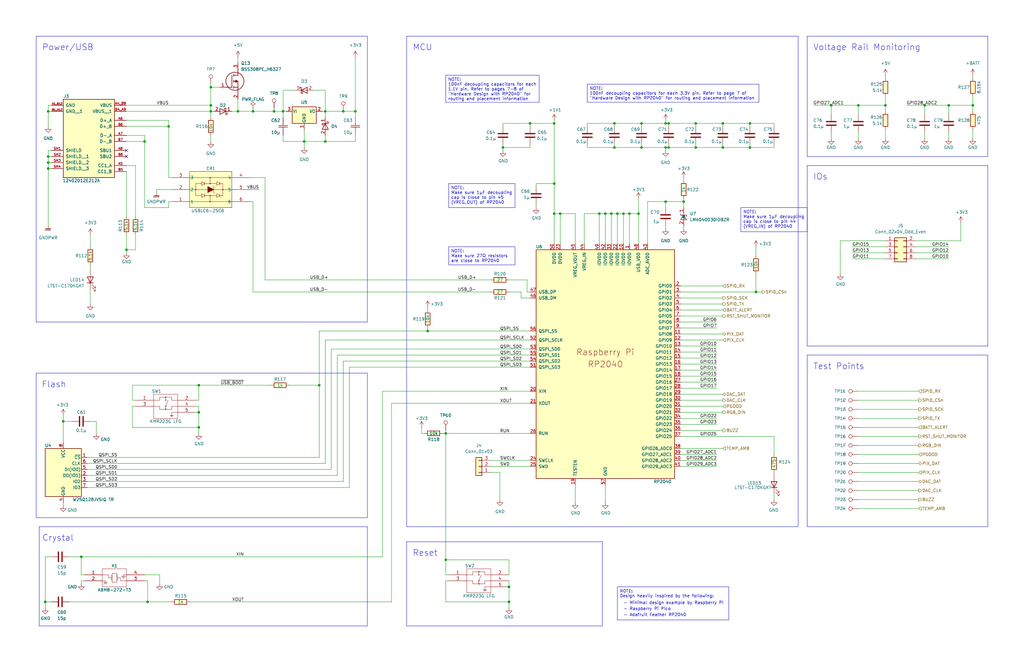
<source format=kicad_sch>
(kicad_sch (version 20230121) (generator eeschema)
  (paper "B")
  (title_block (date "2025-03-26") (rev "A") (company "AeroNU - FixedWing"))
  (junction (at 389.89 44.45))
  (junction (at 236.22 90.17))
  (junction (at 106.68 46.99))
  (junction (at 223.52 52.07))
  (junction (at 62.23 254))
  (junction (at 60.96 59.69))
  (junction (at 19.05 254))
  (junction (at 270.51 62.23))
  (junction (at 262.89 90.17))
  (junction (at 281.94 52.07))
  (junction (at 20.32 71.12))
  (junction (at 270.51 52.07))
  (junction (at 20.32 66.04))
  (junction (at 280.67 85.09))
  (junction (at 288.29 85.09))
  (junction (at 212.09 62.23))
  (junction (at 137.16 46.99))
  (junction (at 100.33 46.99))
  (junction (at 304.8 52.07))
  (junction (at 233.68 77.47))
  (junction (at 265.43 90.17))
  (junction (at 361.95 44.45))
  (junction (at 134.62 162.56))
  (junction (at 233.68 52.07))
  (junction (at 281.94 62.23))
  (junction (at 280.67 62.23))
  (junction (at 316.23 52.07))
  (junction (at 83.82 180.34))
  (junction (at 233.68 90.17))
  (junction (at 83.82 162.56))
  (junction (at 260.35 90.17))
  (junction (at 257.81 90.17))
  (junction (at 149.86 46.99))
  (junction (at 269.24 90.17))
  (junction (at 34.29 234.95))
  (junction (at 280.67 52.07))
  (junction (at 119.38 46.99))
  (junction (at 20.32 46.99))
  (junction (at 20.32 68.58))
  (junction (at 259.08 62.23))
  (junction (at 293.37 62.23))
  (junction (at 318.77 123.19))
  (junction (at 88.9 46.99))
  (junction (at 83.82 173.99))
  (junction (at 115.57 46.99))
  (junction (at 187.96 182.88))
  (junction (at 180.34 139.7))
  (junction (at 26.67 177.8))
  (junction (at 350.52 44.45))
  (junction (at 137.16 59.69))
  (junction (at 255.27 90.17))
  (junction (at 316.23 62.23))
  (junction (at 88.9 36.83))
  (junction (at 214.63 247.65))
  (junction (at 214.63 254))
  (junction (at 410.21 44.45))
  (junction (at 53.34 105.41))
  (junction (at 373.38 44.45))
  (junction (at 187.96 236.22))
  (junction (at 400.05 44.45))
  (junction (at 144.78 46.99))
  (junction (at 293.37 52.07))
  (junction (at 304.8 62.23))
  (junction (at 128.27 59.69))
  (junction (at 88.9 44.45))
  (junction (at 259.08 52.07))
  (junction (at 71.12 53.34))
  (junction (at 252.73 90.17))
  (no_connect (at 53.34 66.04))
  (no_connect (at 53.34 63.5))
  (wire (pts (xy 210.82 199.39) (xy 210.82 210.82)))
  (wire (pts (xy 34.29 234.95) (xy 161.29 234.95)))
  (wire (pts (xy 233.68 90.17) (xy 233.68 102.87)))
  (wire (pts (xy 36.83 195.58) (xy 137.16 195.58)))
  (wire (pts (xy 139.7 147.32) (xy 223.52 147.32)))
  (wire (pts (xy 326.39 53.34) (xy 326.39 52.07)))
  (wire (pts (xy 361.95 187.96) (xy 387.35 187.96)))
  (wire (pts (xy 212.09 62.23) (xy 223.52 62.23)))
  (wire (pts (xy 83.82 180.34) (xy 83.82 182.88)))
  (wire (pts (xy 222.25 118.11) (xy 222.25 123.19)))
  (wire (pts (xy 233.68 90.17) (xy 236.22 90.17)))
  (wire (pts (xy 236.22 90.17) (xy 242.57 90.17)))
  (wire (pts (xy 389.89 44.45) (xy 389.89 48.26)))
  (wire (pts (xy 26.67 177.8) (xy 30.48 177.8)))
  (wire (pts (xy 67.31 242.57) (xy 67.31 246.38)))
  (wire (pts (xy 137.16 59.69) (xy 149.86 59.69)))
  (wire (pts (xy 88.9 36.83) (xy 88.9 44.45)))
  (wire (pts (xy 270.51 52.07) (xy 280.67 52.07)))
  (wire (pts (xy 137.16 143.51) (xy 137.16 195.58)))
  (wire (pts (xy 82.55 173.99) (xy 83.82 173.99)))
  (wire (pts (xy 34.29 245.11) (xy 34.29 246.38)))
  (wire (pts (xy 26.67 175.26) (xy 26.67 177.8)))
  (wire (pts (xy 359.41 104.14) (xy 373.38 104.14)))
  (wire (pts (xy 137.16 46.99) (xy 135.89 46.99)))
  (wire (pts (xy 134.62 162.56) (xy 134.62 193.04)))
  (wire (pts (xy 20.32 68.58) (xy 20.32 71.12)))
  (wire (pts (xy 270.51 53.34) (xy 270.51 52.07)))
  (wire (pts (xy 326.39 184.15) (xy 326.39 191.77)))
  (wire (pts (xy 20.32 68.58) (xy 21.59 68.58)))
  (wire (pts (xy 233.68 50.8) (xy 233.68 52.07)))
  (wire (pts (xy 57.15 105.41) (xy 57.15 99.06)))
  (wire (pts (xy 287.02 158.75) (xy 302.26 158.75)))
  (wire (pts (xy 326.39 184.15) (xy 287.02 184.15)))
  (wire (pts (xy 38.1 99.06) (xy 38.1 104.14)))
  (wire (pts (xy 20.32 66.04) (xy 20.32 68.58)))
  (wire (pts (xy 119.38 57.15) (xy 119.38 59.69)))
  (wire (pts (xy 35.56 245.11) (xy 34.29 245.11)))
  (wire (pts (xy 233.68 77.47) (xy 233.68 90.17)))
  (wire (pts (xy 386.08 104.14) (xy 400.05 104.14)))
  (wire (pts (xy 161.29 165.1) (xy 223.52 165.1)))
  (wire (pts (xy 287.02 179.07) (xy 302.26 179.07)))
  (wire (pts (xy 20.32 66.04) (xy 21.59 66.04)))
  (wire (pts (xy 53.34 105.41) (xy 57.15 105.41)))
  (wire (pts (xy 71.12 74.93) (xy 71.12 53.34)))
  (wire (pts (xy 288.29 95.25) (xy 288.29 96.52)))
  (wire (pts (xy 287.02 151.13) (xy 302.26 151.13)))
  (wire (pts (xy 66.04 81.28) (xy 66.04 80.01)))
  (wire (pts (xy 105.41 85.09) (xy 106.68 85.09)))
  (wire (pts (xy 149.86 57.15) (xy 149.86 59.69)))
  (wire (pts (xy 242.57 102.87) (xy 242.57 90.17)))
  (wire (pts (xy 361.95 199.39) (xy 387.35 199.39)))
  (wire (pts (xy 60.96 245.11) (xy 62.23 245.11)))
  (wire (pts (xy 144.78 46.99) (xy 149.86 46.99)))
  (wire (pts (xy 149.86 24.13) (xy 149.86 46.99)))
  (wire (pts (xy 288.29 83.82) (xy 288.29 85.09)))
  (wire (pts (xy 270.51 60.96) (xy 270.51 62.23)))
  (wire (pts (xy 53.34 72.39) (xy 53.34 91.44)))
  (wire (pts (xy 187.96 181.61) (xy 187.96 182.88)))
  (wire (pts (xy 83.82 168.91) (xy 83.82 162.56)))
  (wire (pts (xy 386.08 106.68) (xy 400.05 106.68)))
  (wire (pts (xy 219.71 123.19) (xy 219.71 125.73)))
  (wire (pts (xy 57.15 171.45) (xy 55.88 171.45)))
  (wire (pts (xy 212.09 52.07) (xy 223.52 52.07)))
  (wire (pts (xy 88.9 44.45) (xy 88.9 46.99)))
  (wire (pts (xy 207.01 196.85) (xy 223.52 196.85)))
  (wire (pts (xy 280.67 85.09) (xy 288.29 85.09)))
  (wire (pts (xy 88.9 35.56) (xy 88.9 36.83)))
  (wire (pts (xy 287.02 194.31) (xy 302.26 194.31)))
  (wire (pts (xy 60.96 87.63) (xy 71.12 87.63)))
  (wire (pts (xy 38.1 121.92) (xy 38.1 128.27)))
  (wire (pts (xy 82.55 168.91) (xy 83.82 168.91)))
  (wire (pts (xy 212.09 60.96) (xy 212.09 62.23)))
  (wire (pts (xy 20.32 71.12) (xy 21.59 71.12)))
  (wire (pts (xy 115.57 45.72) (xy 115.57 46.99)))
  (wire (pts (xy 106.68 45.72) (xy 106.68 46.99)))
  (wire (pts (xy 55.88 168.91) (xy 55.88 162.56)))
  (wire (pts (xy 147.32 154.94) (xy 223.52 154.94)))
  (wire (pts (xy 326.39 60.96) (xy 326.39 62.23)))
  (wire (pts (xy 53.34 105.41) (xy 53.34 106.68)))
  (wire (pts (xy 255.27 204.47) (xy 255.27 212.09)))
  (wire (pts (xy 257.81 90.17) (xy 260.35 90.17)))
  (wire (pts (xy 111.76 74.93) (xy 111.76 118.11)))
  (wire (pts (xy 119.38 59.69) (xy 128.27 59.69)))
  (wire (pts (xy 97.79 46.99) (xy 100.33 46.99)))
  (wire (pts (xy 187.96 182.88) (xy 187.96 236.22)))
  (wire (pts (xy 223.52 52.07) (xy 233.68 52.07)))
  (wire (pts (xy 83.82 162.56) (xy 114.3 162.56)))
  (wire (pts (xy 53.34 44.45) (xy 88.9 44.45)))
  (wire (pts (xy 273.05 85.09) (xy 280.67 85.09)))
  (wire (pts (xy 26.67 212.09) (xy 26.67 213.36)))
  (wire (pts (xy 115.57 46.99) (xy 119.38 46.99)))
  (wire (pts (xy 318.77 123.19) (xy 321.31 123.19)))
  (wire (pts (xy 60.96 57.15) (xy 60.96 59.69)))
  (wire (pts (xy 257.81 102.87) (xy 257.81 90.17)))
  (wire (pts (xy 316.23 62.23) (xy 326.39 62.23)))
  (wire (pts (xy 187.96 245.11) (xy 189.23 245.11)))
  (wire (pts (xy 233.68 52.07) (xy 233.68 77.47)))
  (wire (pts (xy 71.12 85.09) (xy 72.39 85.09)))
  (wire (pts (xy 265.43 90.17) (xy 269.24 90.17)))
  (wire (pts (xy 119.38 46.99) (xy 120.65 46.99)))
  (wire (pts (xy 373.38 44.45) (xy 373.38 40.64)))
  (wire (pts (xy 147.32 154.94) (xy 147.32 205.74)))
  (wire (pts (xy 214.63 254) (xy 214.63 247.65)))
  (wire (pts (xy 293.37 53.34) (xy 293.37 52.07)))
  (wire (pts (xy 260.35 90.17) (xy 262.89 90.17)))
  (wire (pts (xy 280.67 62.23) (xy 280.67 63.5)))
  (wire (pts (xy 20.32 71.12) (xy 20.32 95.25)))
  (wire (pts (xy 410.21 31.75) (xy 410.21 33.02)))
  (wire (pts (xy 119.38 38.1) (xy 119.38 46.99)))
  (wire (pts (xy 20.32 44.45) (xy 20.32 46.99)))
  (wire (pts (xy 354.33 101.6) (xy 373.38 101.6)))
  (wire (pts (xy 288.29 87.63) (xy 288.29 85.09)))
  (wire (pts (xy 222.25 123.19) (xy 223.52 123.19)))
  (wire (pts (xy 361.95 210.82) (xy 387.35 210.82)))
  (wire (pts (xy 142.24 149.86) (xy 142.24 200.66)))
  (wire (pts (xy 287.02 123.19) (xy 318.77 123.19)))
  (wire (pts (xy 350.52 44.45) (xy 361.95 44.45)))
  (wire (pts (xy 247.65 53.34) (xy 247.65 52.07)))
  (wire (pts (xy 20.32 46.99) (xy 20.32 53.34)))
  (wire (pts (xy 20.32 63.5) (xy 20.32 66.04)))
  (wire (pts (xy 265.43 90.17) (xy 265.43 102.87)))
  (wire (pts (xy 318.77 115.57) (xy 318.77 123.19)))
  (wire (pts (xy 187.96 242.57) (xy 187.96 236.22)))
  (wire (pts (xy 255.27 102.87) (xy 255.27 90.17)))
  (wire (pts (xy 361.95 44.45) (xy 361.95 48.26)))
  (wire (pts (xy 36.83 205.74) (xy 147.32 205.74)))
  (wire (pts (xy 19.05 254) (xy 19.05 256.54)))
  (wire (pts (xy 36.83 203.2) (xy 144.78 203.2)))
  (wire (pts (xy 55.88 171.45) (xy 55.88 180.34)))
  (wire (pts (xy 82.55 171.45) (xy 83.82 171.45)))
  (wire (pts (xy 139.7 147.32) (xy 139.7 198.12)))
  (wire (pts (xy 262.89 90.17) (xy 265.43 90.17)))
  (wire (pts (xy 269.24 83.82) (xy 269.24 90.17)))
  (wire (pts (xy 121.92 162.56) (xy 134.62 162.56)))
  (wire (pts (xy 293.37 52.07) (xy 304.8 52.07)))
  (wire (pts (xy 132.08 38.1) (xy 137.16 38.1)))
  (wire (pts (xy 287.02 135.89) (xy 302.26 135.89)))
  (wire (pts (xy 105.41 74.93) (xy 111.76 74.93)))
  (wire (pts (xy 359.41 106.68) (xy 373.38 106.68)))
  (wire (pts (xy 359.41 109.22) (xy 373.38 109.22)))
  (wire (pts (xy 389.89 55.88) (xy 389.89 58.42)))
  (wire (pts (xy 287.02 156.21) (xy 302.26 156.21)))
  (wire (pts (xy 361.95 184.15) (xy 387.35 184.15)))
  (wire (pts (xy 326.39 52.07) (xy 316.23 52.07)))
  (wire (pts (xy 53.34 57.15) (xy 60.96 57.15)))
  (wire (pts (xy 223.52 62.23) (xy 223.52 60.96)))
  (wire (pts (xy 60.96 87.63) (xy 60.96 59.69)))
  (wire (pts (xy 259.08 53.34) (xy 259.08 52.07)))
  (wire (pts (xy 259.08 62.23) (xy 247.65 62.23)))
  (wire (pts (xy 80.01 254) (xy 165.1 254)))
  (wire (pts (xy 361.95 207.01) (xy 387.35 207.01)))
  (wire (pts (xy 128.27 59.69) (xy 128.27 62.23)))
  (wire (pts (xy 36.83 193.04) (xy 134.62 193.04)))
  (wire (pts (xy 280.67 50.8) (xy 280.67 52.07)))
  (wire (pts (xy 137.16 46.99) (xy 144.78 46.99)))
  (wire (pts (xy 226.06 78.74) (xy 226.06 77.47)))
  (wire (pts (xy 88.9 57.15) (xy 88.9 59.69)))
  (wire (pts (xy 259.08 52.07) (xy 270.51 52.07)))
  (wire (pts (xy 111.76 118.11) (xy 207.01 118.11)))
  (wire (pts (xy 128.27 59.69) (xy 137.16 59.69)))
  (wire (pts (xy 88.9 36.83) (xy 92.71 36.83)))
  (wire (pts (xy 124.46 38.1) (xy 119.38 38.1)))
  (wire (pts (xy 106.68 46.99) (xy 115.57 46.99)))
  (wire (pts (xy 361.95 44.45) (xy 373.38 44.45)))
  (wire (pts (xy 361.95 172.72) (xy 387.35 172.72)))
  (wire (pts (xy 128.27 54.61) (xy 128.27 59.69)))
  (wire (pts (xy 21.59 44.45) (xy 20.32 44.45)))
  (wire (pts (xy 373.38 54.61) (xy 373.38 58.42)))
  (wire (pts (xy 273.05 85.09) (xy 273.05 102.87)))
  (wire (pts (xy 57.15 69.85) (xy 57.15 91.44)))
  (wire (pts (xy 259.08 60.96) (xy 259.08 62.23)))
  (wire (pts (xy 326.39 208.28) (xy 326.39 210.82)))
  (wire (pts (xy 236.22 102.87) (xy 236.22 90.17)))
  (wire (pts (xy 62.23 254) (xy 72.39 254)))
  (wire (pts (xy 304.8 62.23) (xy 316.23 62.23)))
  (wire (pts (xy 214.63 123.19) (xy 219.71 123.19)))
  (wire (pts (xy 100.33 24.13) (xy 100.33 26.67)))
  (wire (pts (xy 53.34 46.99) (xy 88.9 46.99)))
  (wire (pts (xy 361.95 55.88) (xy 361.95 58.42)))
  (wire (pts (xy 400.05 55.88) (xy 400.05 58.42)))
  (wire (pts (xy 287.02 120.65) (xy 304.8 120.65)))
  (wire (pts (xy 405.13 93.98) (xy 405.13 101.6)))
  (wire (pts (xy 293.37 60.96) (xy 293.37 62.23)))
  (wire (pts (xy 287.02 146.05) (xy 302.26 146.05)))
  (wire (pts (xy 287.02 138.43) (xy 302.26 138.43)))
  (wire (pts (xy 287.02 148.59) (xy 302.26 148.59)))
  (wire (pts (xy 247.65 52.07) (xy 259.08 52.07)))
  (wire (pts (xy 280.67 95.25) (xy 280.67 96.52)))
  (wire (pts (xy 287.02 140.97) (xy 304.8 140.97)))
  (wire (pts (xy 342.9 44.45) (xy 350.52 44.45)))
  (wire (pts (xy 262.89 102.87) (xy 262.89 90.17)))
  (wire (pts (xy 21.59 254) (xy 19.05 254)))
  (wire (pts (xy 62.23 245.11) (xy 62.23 254)))
  (wire (pts (xy 29.21 254) (xy 62.23 254)))
  (wire (pts (xy 142.24 149.86) (xy 223.52 149.86)))
  (wire (pts (xy 60.96 242.57) (xy 67.31 242.57)))
  (wire (pts (xy 316.23 53.34) (xy 316.23 52.07)))
  (wire (pts (xy 55.88 180.34) (xy 83.82 180.34)))
  (wire (pts (xy 255.27 90.17) (xy 257.81 90.17)))
  (wire (pts (xy 318.77 104.14) (xy 318.77 107.95)))
  (wire (pts (xy 119.38 46.99) (xy 119.38 49.53)))
  (wire (pts (xy 373.38 31.75) (xy 373.38 33.02)))
  (wire (pts (xy 287.02 166.37) (xy 304.8 166.37)))
  (wire (pts (xy 280.67 62.23) (xy 281.94 62.23)))
  (wire (pts (xy 410.21 40.64) (xy 410.21 44.45)))
  (wire (pts (xy 287.02 189.23) (xy 304.8 189.23)))
  (wire (pts (xy 280.67 62.23) (xy 270.51 62.23)))
  (wire (pts (xy 20.32 63.5) (xy 21.59 63.5)))
  (wire (pts (xy 226.06 77.47) (xy 233.68 77.47)))
  (wire (pts (xy 287.02 163.83) (xy 302.26 163.83)))
  (wire (pts (xy 270.51 62.23) (xy 259.08 62.23)))
  (wire (pts (xy 71.12 87.63) (xy 71.12 85.09)))
  (wire (pts (xy 247.65 60.96) (xy 247.65 62.23)))
  (wire (pts (xy 287.02 196.85) (xy 302.26 196.85)))
  (wire (pts (xy 242.57 204.47) (xy 242.57 212.09)))
  (wire (pts (xy 287.02 153.67) (xy 302.26 153.67)))
  (wire (pts (xy 246.38 90.17) (xy 252.73 90.17)))
  (wire (pts (xy 53.34 59.69) (xy 60.96 59.69)))
  (wire (pts (xy 21.59 234.95) (xy 19.05 234.95)))
  (wire (pts (xy 71.12 50.8) (xy 71.12 53.34)))
  (wire (pts (xy 287.02 191.77) (xy 302.26 191.77)))
  (wire (pts (xy 361.95 165.1) (xy 387.35 165.1)))
  (wire (pts (xy 165.1 170.18) (xy 223.52 170.18)))
  (wire (pts (xy 214.63 245.11) (xy 214.63 247.65)))
  (wire (pts (xy 219.71 125.73) (xy 223.52 125.73)))
  (wire (pts (xy 361.95 180.34) (xy 387.35 180.34)))
  (wire (pts (xy 287.02 173.99) (xy 304.8 173.99)))
  (wire (pts (xy 187.96 254) (xy 214.63 254)))
  (wire (pts (xy 100.33 46.99) (xy 106.68 46.99)))
  (wire (pts (xy 361.95 168.91) (xy 387.35 168.91)))
  (wire (pts (xy 53.34 105.41) (xy 53.34 99.06)))
  (wire (pts (xy 373.38 44.45) (xy 373.38 46.99)))
  (wire (pts (xy 57.15 168.91) (xy 55.88 168.91)))
  (wire (pts (xy 36.83 200.66) (xy 142.24 200.66)))
  (wire (pts (xy 83.82 171.45) (xy 83.82 173.99)))
  (wire (pts (xy 55.88 162.56) (xy 83.82 162.56)))
  (wire (pts (xy 137.16 143.51) (xy 223.52 143.51)))
  (wire (pts (xy 134.62 162.56) (xy 134.62 139.7)))
  (wire (pts (xy 304.8 62.23) (xy 293.37 62.23)))
  (wire (pts (xy 19.05 234.95) (xy 19.05 254)))
  (wire (pts (xy 180.34 129.54) (xy 180.34 130.81)))
  (wire (pts (xy 161.29 234.95) (xy 161.29 165.1)))
  (wire (pts (xy 137.16 57.15) (xy 137.16 59.69)))
  (wire (pts (xy 66.04 80.01) (xy 72.39 80.01)))
  (wire (pts (xy 34.29 234.95) (xy 34.29 242.57)))
  (wire (pts (xy 389.89 44.45) (xy 400.05 44.45)))
  (wire (pts (xy 287.02 143.51) (xy 304.8 143.51)))
  (wire (pts (xy 186.69 182.88) (xy 187.96 182.88)))
  (wire (pts (xy 287.02 161.29) (xy 302.26 161.29)))
  (wire (pts (xy 212.09 53.34) (xy 212.09 52.07)))
  (wire (pts (xy 187.96 182.88) (xy 223.52 182.88)))
  (wire (pts (xy 222.25 118.11) (xy 214.63 118.11)))
  (wire (pts (xy 177.8 182.88) (xy 177.8 180.34)))
  (wire (pts (xy 40.64 177.8) (xy 40.64 182.88)))
  (wire (pts (xy 212.09 62.23) (xy 212.09 63.5)))
  (wire (pts (xy 304.8 60.96) (xy 304.8 62.23)))
  (wire (pts (xy 386.08 109.22) (xy 400.05 109.22)))
  (wire (pts (xy 350.52 55.88) (xy 350.52 58.42)))
  (wire (pts (xy 106.68 85.09) (xy 106.68 123.19)))
  (wire (pts (xy 137.16 38.1) (xy 137.16 46.99)))
  (wire (pts (xy 88.9 46.99) (xy 88.9 49.53)))
  (wire (pts (xy 38.1 111.76) (xy 38.1 114.3)))
  (wire (pts (xy 281.94 52.07) (xy 293.37 52.07)))
  (wire (pts (xy 53.34 50.8) (xy 71.12 50.8)))
  (wire (pts (xy 280.67 52.07) (xy 281.94 52.07)))
  (wire (pts (xy 187.96 236.22) (xy 214.63 236.22)))
  (wire (pts (xy 280.67 87.63) (xy 280.67 85.09)))
  (wire (pts (xy 144.78 152.4) (xy 223.52 152.4)))
  (wire (pts (xy 350.52 44.45) (xy 350.52 48.26)))
  (wire (pts (xy 410.21 44.45) (xy 410.21 46.99)))
  (wire (pts (xy 105.41 80.01) (xy 109.22 80.01)))
  (wire (pts (xy 149.86 46.99) (xy 149.86 49.53)))
  (wire (pts (xy 287.02 133.35) (xy 304.8 133.35)))
  (wire (pts (xy 287.02 168.91) (xy 304.8 168.91)))
  (wire (pts (xy 287.02 176.53) (xy 302.26 176.53)))
  (wire (pts (xy 165.1 170.18) (xy 165.1 254)))
  (wire (pts (xy 180.34 139.7) (xy 223.52 139.7)))
  (wire (pts (xy 137.16 49.53) (xy 137.16 46.99)))
  (wire (pts (xy 293.37 62.23) (xy 281.94 62.23)))
  (wire (pts (xy 400.05 44.45) (xy 400.05 48.26)))
  (wire (pts (xy 326.39 199.39) (xy 326.39 200.66)))
  (wire (pts (xy 214.63 242.57) (xy 214.63 236.22)))
  (wire (pts (xy 252.73 102.87) (xy 252.73 90.17)))
  (wire (pts (xy 34.29 242.57) (xy 35.56 242.57)))
  (wire (pts (xy 26.67 177.8) (xy 26.67 186.69)))
  (wire (pts (xy 83.82 173.99) (xy 83.82 180.34)))
  (wire (pts (xy 53.34 53.34) (xy 71.12 53.34)))
  (wire (pts (xy 100.33 41.91) (xy 100.33 46.99)))
  (wire (pts (xy 287.02 125.73) (xy 304.8 125.73)))
  (wire (pts (xy 382.27 44.45) (xy 389.89 44.45)))
  (wire (pts (xy 36.83 198.12) (xy 139.7 198.12)))
  (wire (pts (xy 288.29 74.93) (xy 288.29 76.2)))
  (wire (pts (xy 252.73 90.17) (xy 255.27 90.17)))
  (wire (pts (xy 214.63 254) (xy 214.63 256.54)))
  (wire (pts (xy 400.05 44.45) (xy 410.21 44.45)))
  (wire (pts (xy 106.68 123.19) (xy 207.01 123.19)))
  (wire (pts (xy 316.23 60.96) (xy 316.23 62.23)))
  (wire (pts (xy 354.33 101.6) (xy 354.33 115.57)))
  (wire (pts (xy 88.9 46.99) (xy 90.17 46.99)))
  (wire (pts (xy 405.13 101.6) (xy 386.08 101.6)))
  (wire (pts (xy 410.21 54.61) (xy 410.21 58.42)))
  (wire (pts (xy 260.35 102.87) (xy 260.35 90.17)))
  (wire (pts (xy 223.52 53.34) (xy 223.52 52.07)))
  (wire (pts (xy 29.21 234.95) (xy 34.29 234.95)))
  (wire (pts (xy 304.8 52.07) (xy 316.23 52.07)))
  (wire (pts (xy 187.96 245.11) (xy 187.96 254)))
  (wire (pts (xy 304.8 53.34) (xy 304.8 52.07)))
  (wire (pts (xy 281.94 60.96) (xy 281.94 62.23)))
  (wire (pts (xy 287.02 171.45) (xy 304.8 171.45)))
  (wire (pts (xy 287.02 181.61) (xy 304.8 181.61)))
  (wire (pts (xy 71.12 74.93) (xy 72.39 74.93)))
  (wire (pts (xy 207.01 199.39) (xy 210.82 199.39)))
  (wire (pts (xy 269.24 102.87) (xy 269.24 90.17)))
  (wire (pts (xy 187.96 242.57) (xy 189.23 242.57)))
  (wire (pts (xy 180.34 138.43) (xy 180.34 139.7)))
  (wire (pts (xy 281.94 53.34) (xy 281.94 52.07)))
  (wire (pts (xy 207.01 194.31) (xy 223.52 194.31)))
  (wire (pts (xy 361.95 214.63) (xy 387.35 214.63)))
  (wire (pts (xy 40.64 177.8) (xy 38.1 177.8)))
  (wire (pts (xy 53.34 69.85) (xy 57.15 69.85)))
  (wire (pts (xy 361.95 203.2) (xy 387.35 203.2)))
  (wire (pts (xy 246.38 102.87) (xy 246.38 90.17)))
  (wire (pts (xy 226.06 86.36) (xy 226.06 87.63)))
  (wire (pts (xy 144.78 152.4) (xy 144.78 203.2)))
  (wire (pts (xy 287.02 128.27) (xy 304.8 128.27)))
  (wire (pts (xy 361.95 176.53) (xy 387.35 176.53)))
  (wire (pts (xy 134.62 139.7) (xy 180.34 139.7)))
  (wire (pts (xy 361.95 191.77) (xy 387.35 191.77)))
  (wire (pts (xy 287.02 130.81) (xy 304.8 130.81)))
  (wire (pts (xy 361.95 195.58) (xy 387.35 195.58)))
  (wire (pts (xy 20.32 46.99) (xy 21.59 46.99)))
  (wire (pts (xy 177.8 182.88) (xy 179.07 182.88)))
  (rectangle (start 340.36 15.24) (end 416.56 66.04))
  (rectangle (start 16.51 222.25) (end 154.94 264.16))
  (rectangle (start 171.45 15.24) (end 336.55 222.25))
  (rectangle (start 340.36 149.86) (end 416.56 222.25))
  (rectangle (start 340.36 69.85) (end 416.56 146.05))
  (rectangle (start 15.24 15.24) (end 154.94 135.89))
  (rectangle (start 15.24 157.48) (end 154.94 218.44))
  (rectangle (start 171.45 228.6) (end 254 264.16))
  (text_box "NOTE:\nDesign heavily inspired by the following:" (at 260.35 247.65 0) (size 46.99 13.97) (effects (font (size 1.27 1.27)) (justify left top)))
  (text_box "NOTE:\nMake sure 1μF decoupling cap is close to pin 45 (VREG_OUT) of RP2040" (at 189.23 77.47 0) (size 27.94 10.16) (effects (font (size 1.27 1.27)) (justify left top)))
  (text_box "NOTE:\n100nF decoupling capacitors for each 3.3V pin. Refer to page 7 of \"Hardware Design with RP2040\" for routing and placement information" (at 247.65 35.56 0) (size 72.39 7.62) (effects (font (size 1.27 1.27)) (justify left top)))
  (text_box "NOTE:\nMake sure 1μF decoupling cap is close to pin 44 (VREG_IN) of RP2040" (at 312.42 87.63 0) (size 27.94 10.16) (effects (font (size 1.27 1.27)) (justify left top)))
  (text_box "NOTE:\n100nF decoupling capacitors for each 1.1V pin. Refer to pages 7-8 of \"Hardware Design with RP2040\" for routing and placement information" (at 187.96 31.75 0) (size 39.37 11.43) (effects (font (size 1.27 1.27)) (justify left top)))
  (text_box "NOTE:\nMake sure 27Ω resistors are close to RP2040" (at 189.23 104.14 0) (size 27.94 7.62) (effects (font (size 1.27 1.27)) (justify left top)))
  (text "IOs" (at 342.9 76.2 0) (effects (font (size 2.54 2.54)) (justify left bottom)))
  (text "Power/USB" (at 17.78 21.59 0) (effects (font (size 2.54 2.54)) (justify left bottom)))
  (text "Crystal" (at 17.78 228.6 0) (effects (font (size 2.54 2.54)) (justify left bottom)))
  (text "- Raspberry Pi Pico" (at 262.89 257.81 0) (effects (font (size 1.27 1.27)) (justify left bottom)))
  (text "- Adafruit Feather RP2040" (at 262.89 260.35 0) (effects (font (size 1.27 1.27)) (justify left bottom)))
  (text "- Minimal design example by Raspberry Pi" (at 262.89 255.27 0) (effects (font (size 1.27 1.27)) (justify left bottom)))
  (text "Voltage Rail Monitoring" (at 342.9 21.59 0) (effects (font (size 2.54 2.54)) (justify left bottom)))
  (text "MCU" (at 173.99 21.59 0) (effects (font (size 2.54 2.54)) (justify left bottom)))
  (text "Test Points" (at 342.9 156.21 0) (effects (font (size 2.54 2.54)) (justify left bottom)))
  (text "Reset" (at 173.99 234.95 0) (effects (font (size 2.54 2.54)) (justify left bottom)))
  (text "Flash" (at 27.94 163.83 0) (effects (font (size 2.54 2.54)) (justify right bottom)))
  (label "XOUT" (at 102.87 254 180))
  (label "USB_D+" (at 138.43 118.11 180))
  (label "GPIO13" (at 359.41 106.68 0))
  (label "QSPI_SS" (at 49.53 193.04 180))
  (label "QSPI_SD3" (at 49.53 205.74 180))
  (label "QSPI_SD2" (at 210.82 152.4 0))
  (label "USB_D-" (at 193.04 123.19 0))
  (label "GPIO6" (at 302.26 135.89 180))
  (label "RUN" (at 210.82 182.88 0))
  (label "XOUT" (at 210.82 170.18 0))
  (label "GPIO10" (at 400.05 109.22 180))
  (label "GPIO11" (at 359.41 109.22 0))
  (label "QSPI_SD1" (at 210.82 149.86 0))
  (label "GPIO14" (at 400.05 104.14 180))
  (label "USB_D+" (at 193.04 118.11 0))
  (label "GPIO28_ADC2" (at 382.27 44.45 0))
  (label "~{USB_BOOT}" (at 102.87 162.56 180))
  (label "SWD" (at 210.82 196.85 0))
  (label "QSPI_SD1" (at 49.53 200.66 180))
  (label "QSPI_SD3" (at 210.82 154.94 0))
  (label "GPIO27_ADC1" (at 342.9 44.45 0))
  (label "GPIO25" (at 302.26 184.15 180))
  (label "GPIO12" (at 302.26 151.13 180))
  (label "GPIO10" (at 302.26 146.05 180))
  (label "XIN" (at 102.87 234.95 180))
  (label "GPIO14" (at 302.26 156.21 180))
  (label "GPIO23" (at 302.26 179.07 180))
  (label "SWCLK" (at 210.82 194.31 0))
  (label "QSPI_SCLK" (at 210.82 143.51 0))
  (label "GPIO7" (at 302.26 138.43 180))
  (label "QSPI_SD0" (at 210.82 147.32 0))
  (label "GPIO15" (at 359.41 104.14 0))
  (label "GPIO17" (at 302.26 163.83 180))
  (label "GPIO15" (at 302.26 158.75 180))
  (label "GPIO22" (at 302.26 176.53 180))
  (label "GPIO29_ADC3" (at 302.26 196.85 180))
  (label "QSPI_SD2" (at 49.53 203.2 180))
  (label "QSPI_SD0" (at 49.53 198.12 180))
  (label "GPIO13" (at 302.26 153.67 180))
  (label "USB_D-" (at 138.43 123.19 180))
  (label "GPIO12" (at 400.05 106.68 180))
  (label "QSPI_SCLK" (at 49.53 195.58 180))
  (label "GPIO27_ADC1" (at 302.26 191.77 180))
  (label "GPIO28_ADC2" (at 302.26 194.31 180))
  (label "VBUS" (at 109.22 80.01 180))
  (label "GPIO16" (at 302.26 161.29 180))
  (label "XIN" (at 210.82 165.1 0))
  (label "QSPI_SS" (at 210.82 139.7 0))
  (label "VBUS" (at 66.04 44.45 0))
  (label "GPIO11" (at 302.26 148.59 180))
  (hierarchical_label "BATT_ALERT" (shape input) (at 304.8 130.81 0))
  (hierarchical_label "DAC_DAT" (shape bidirectional) (at 304.8 166.37 0))
  (hierarchical_label "SPI0_TX" (shape output) (at 304.8 128.27 0))
  (hierarchical_label "DAC_DAT" (shape bidirectional) (at 387.35 203.2 0))
  (hierarchical_label "TEMP_AMB" (shape input) (at 387.35 214.63 0))
  (hierarchical_label "SPI0_RX" (shape input) (at 387.35 165.1 0))
  (hierarchical_label "SPI0_SCK" (shape output) (at 304.8 125.73 0))
  (hierarchical_label "DAC_CLK" (shape output) (at 387.35 207.01 0))
  (hierarchical_label "SPI0_SCK" (shape output) (at 387.35 172.72 0))
  (hierarchical_label "PIX_CLK" (shape input) (at 304.8 143.51 0))
  (hierarchical_label "PIX_DAT" (shape bidirectional) (at 387.35 195.58 0))
  (hierarchical_label "BUZZ" (shape output) (at 387.35 210.82 0))
  (hierarchical_label "SPI0_CSn" (shape output) (at 387.35 168.91 0))
  (hierarchical_label "SPI0_CSn" (shape output) (at 321.31 123.19 0))
  (hierarchical_label "DAC_CLK" (shape output) (at 304.8 168.91 0))
  (hierarchical_label "RGB_DIN" (shape output) (at 387.35 187.96 0))
  (hierarchical_label "BATT_ALERT" (shape input) (at 387.35 180.34 0))
  (hierarchical_label "TEMP_AMB" (shape input) (at 304.8 189.23 0))
  (hierarchical_label "RST_SHUT_MONITOR" (shape output) (at 387.35 184.15 0))
  (hierarchical_label "BUZZ" (shape output) (at 304.8 181.61 0))
  (hierarchical_label "RGB_DIN" (shape output) (at 304.8 173.99 0))
  (hierarchical_label "RST_SHUT_MONITOR" (shape output) (at 304.8 133.35 0))
  (hierarchical_label "PGOOD" (shape input) (at 304.8 171.45 0))
  (hierarchical_label "PIX_DAT" (shape bidirectional) (at 304.8 140.97 0))
  (hierarchical_label "SPI0_TX" (shape output) (at 387.35 176.53 0))
  (hierarchical_label "PGOOD" (shape input) (at 387.35 191.77 0))
  (hierarchical_label "PIX_CLK" (shape input) (at 387.35 199.39 0))
  (hierarchical_label "SPI0_RX" (shape input) (at 304.8 120.65 0))
  (symbol (lib_id "FixedWing:RP2040") (at 255.27 153.67 0) (unit 1)
    (property "Reference" "U6" (at 227.33 104.14 0))
    (property "Value" "RP2040" (at 279.4 203.2 0))
    (property "Footprint" "FixedWing:RP2040-QFN-56" (effects hide))
    (property "Datasheet" "https://datasheets.raspberrypi.com/rp2040/rp2040-datasheet.pdf" (effects hide))
    (property "Manufacturer" "Raspberry Pi" (effects hide))
    (property "Manufacturer_Part_Number" "SC0914(13)" (effects hide))
    (property "Tutorial" "https://datasheets.raspberrypi.com/rp2040/hardware-design-with-rp2040.pdf" (effects hide))
    (property "Manufacturer Part Number" "SC0914(13)" (effects hide))
    (instances (project "bms-board" (path "" (reference "U6") (unit 1))) (project "RP2040_minimal_r2" (path "" (reference "U3") (unit 1))))
  )
  (symbol (lib_id "FixedWing:W25Q128JVSIQ_TR") (at 26.67 196.85 0) (mirror y) (unit 1)
    (property "Reference" "U4" (at 20.32 187.96 0))
    (property "Value" "W25Q128JVSIQ TR" (at 39.37 210.82 0))
    (property "Footprint" "FixedWing:SOIC_208MIL_WIN" (effects hide))
    (property "Datasheet" "https://www.winbond.com/resource-files/w25q128jv%20revf%2003272018%20plus.pdf" (effects hide))
    (property "Manufacturer" "Winbond Electronics" (effects hide))
    (property "Manufacturer_Part_Number" "W25Q128JVSIQ TR" (effects hide))
    (property "Manufacturer Part Number" "W25Q128JVSIQ TR" (effects hide))
    (instances (project "bms-board" (path "" (reference "U4") (unit 1))) (project "RP2040_minimal_r2" (path "" (reference "U2") (unit 1))))
  )
  (symbol (lib_id "power:+3V3") (at 26.67 175.26 0) (mirror y) (unit 1)
    (property "Reference" "#PWR037" (effects hide))
    (property "Value" "+3V3" (at 26.289 170.8658 0))
    (instances (project "bms-board" (path "" (reference "#PWR037") (unit 1))) (project "RP2040_minimal_r2" (path "" (reference "#PWR07") (unit 1))))
  )
  (symbol (lib_id "power:GND") (at 26.67 213.36 0) (mirror y) (unit 1)
    (property "Reference" "#PWR038" (effects hide))
    (property "Value" "GND" (at 30.48 215.265 0))
    (instances (project "bms-board" (path "" (reference "#PWR038") (unit 1))) (project "RP2040_minimal_r2" (path "" (reference "#PWR08") (unit 1))))
  )
  (symbol (lib_id "FixedWing:RC0805FR-071KL") (at 114.3 162.56 0) (unit 1)
    (property "Reference" "R117" (at 118.11 160.02 0))
    (property "Value" "1k" (at 118.11 162.56 0))
    (property "Footprint" "FixedWing:RC0805N_YAG" (effects hide))
    (property "Datasheet" "https://www.yageo.com/upload/media/product/products/datasheet/rchip/PYu-RC_Group_51_RoHS_L_12.pdf" (effects hide))
    (property "Manufacturer" "YAGEO" (effects hide))
    (property "Manufacturer_Part_Number" "RC0805FR-071KL" (effects hide))
    (property "Manufacturer Part Number" "RC0805FR-071KL" (effects hide))
    (instances (project "bms-board" (path "" (reference "R117") (unit 1))) (project "RP2040_minimal_r2" (path "" (reference "R1") (unit 1))))
  )
  (symbol (lib_id "FixedWing:GCJ188R72A104KA01D") (at 30.48 177.8 0) (mirror x) (unit 1)
    (property "Reference" "C61" (at 34.29 173.99 0))
    (property "Value" "0.1µ" (at 34.29 181.61 0))
    (property "Footprint" "FixedWing:CAP_GCJ-18_MUR" (effects hide))
    (property "Datasheet" "https://search.murata.co.jp/Ceramy/image/img/A01X/G101/ENG/GCJ21BR71A106KE01-01A.pdf" (effects hide))
    (property "Manufacturer" "Murata Electronics" (effects hide))
    (property "Manufacturer_Part_Number" "GCJ188R72A104KA01D" (effects hide))
    (property "Manufacturer Part Number" "GCJ188R72A104KA01D" (effects hide))
    (instances (project "bms-board" (path "" (reference "C61") (unit 1))) (project "RP2040_minimal_r2" (path "" (reference "C5") (unit 1))))
  )
  (symbol (lib_id "power:GND") (at 40.64 182.88 0) (mirror y) (unit 1)
    (property "Reference" "#PWR042" (effects hide))
    (property "Value" "GND" (at 44.45 185.42 0))
    (instances (project "bms-board" (path "" (reference "#PWR042") (unit 1))) (project "RP2040_minimal_r2" (path "" (reference "#PWR011") (unit 1))))
  )
  (symbol (lib_id "power:GND") (at 255.27 212.09 0) (unit 1)
    (property "Reference" "#PWR059" (effects hide))
    (property "Value" "GND" (at 255.397 216.4842 0))
    (instances (project "bms-board" (path "" (reference "#PWR059") (unit 1))) (project "RP2040_minimal_r2" (path "" (reference "#PWR016") (unit 1))))
  )
  (symbol (lib_id "power:GND") (at 242.57 212.09 0) (unit 1)
    (property "Reference" "#PWR058" (effects hide))
    (property "Value" "GND" (at 242.697 216.4842 0))
    (instances (project "bms-board" (path "" (reference "#PWR058") (unit 1))) (project "RP2040_minimal_r2" (path "" (reference "#PWR015") (unit 1))))
  )
  (symbol (lib_id "FixedWing:RC0805FR-0727RL") (at 214.63 118.11 0) (mirror y) (unit 1)
    (property "Reference" "R120" (at 210.82 115.57 0))
    (property "Value" "27" (at 210.82 118.11 0))
    (property "Footprint" "FixedWing:RC0805N_YAG" (effects hide))
    (property "Datasheet" "https://www.yageo.com/upload/media/product/products/datasheet/rchip/PYu-RC_Group_51_RoHS_L_12.pdf" (effects hide))
    (property "Manufacturer" "YAGEO" (effects hide))
    (property "Manufacturer_Part_Number" "RC0805FR-0727RL" (effects hide))
    (property "Manufacturer Part Number" "RC0805FR-0727RL" (effects hide))
    (instances (project "bms-board" (path "" (reference "R120") (unit 1))) (project "RP2040_minimal_r2" (path "" (reference "R3") (unit 1))))
  )
  (symbol (lib_id "FixedWing:RC0805FR-0727RL") (at 214.63 123.19 0) (mirror y) (unit 1)
    (property "Reference" "R121" (at 210.82 125.73 0))
    (property "Value" "27" (at 210.82 123.19 0))
    (property "Footprint" "FixedWing:RC0805N_YAG" (effects hide))
    (property "Datasheet" "https://www.yageo.com/upload/media/product/products/datasheet/rchip/PYu-RC_Group_51_RoHS_L_12.pdf" (effects hide))
    (property "Manufacturer" "YAGEO" (effects hide))
    (property "Manufacturer_Part_Number" "RC0805FR-0727RL" (effects hide))
    (property "Manufacturer Part Number" "RC0805FR-0727RL" (effects hide))
    (instances (project "bms-board" (path "" (reference "R121") (unit 1))) (project "RP2040_minimal_r2" (path "" (reference "R4") (unit 1))))
  )
  (symbol (lib_id "power:+3V3") (at 280.67 50.8 0) (unit 1)
    (property "Reference" "#PWR061" (effects hide))
    (property "Value" "+3V3" (at 281.051 46.4058 0))
    (instances (project "bms-board" (path "" (reference "#PWR061") (unit 1))) (project "RP2040_minimal_r2" (path "" (reference "#PWR017") (unit 1))))
  )
  (symbol (lib_id "power:+1V1") (at 233.68 50.8 0) (unit 1)
    (property "Reference" "#PWR057" (effects hide))
    (property "Value" "+1V1" (at 234.061 46.4058 0))
    (instances (project "bms-board" (path "" (reference "#PWR057") (unit 1))) (project "RP2040_minimal_r2" (path "" (reference "#PWR014") (unit 1))))
  )
  (symbol (lib_id "FixedWing:GCJ188R72A104KA01D") (at 247.65 53.34 270) (unit 1)
    (property "Reference" "C67" (at 245.11 54.61 90))
    (property "Value" "0.1µ" (at 245.11 59.69 90))
    (property "Footprint" "FixedWing:CAP_GCJ-18_MUR" (effects hide))
    (property "Datasheet" "https://search.murata.co.jp/Ceramy/image/img/A01X/G101/ENG/GCJ21BR71A106KE01-01A.pdf" (effects hide))
    (property "Manufacturer" "Murata Electronics" (effects hide))
    (property "Manufacturer_Part_Number" "GCJ188R72A104KA01D" (effects hide))
    (property "Manufacturer Part Number" "GCJ188R72A104KA01D" (effects hide))
    (instances (project "bms-board" (path "" (reference "C67") (unit 1))) (project "RP2040_minimal_r2" (path "" (reference "C9") (unit 1))))
  )
  (symbol (lib_id "FixedWing:GCJ188R72A104KA01D") (at 259.08 53.34 270) (unit 1)
    (property "Reference" "C68" (at 256.54 54.61 90))
    (property "Value" "0.1µ" (at 256.54 59.69 90))
    (property "Footprint" "FixedWing:CAP_GCJ-18_MUR" (effects hide))
    (property "Datasheet" "https://search.murata.co.jp/Ceramy/image/img/A01X/G101/ENG/GCJ21BR71A106KE01-01A.pdf" (effects hide))
    (property "Manufacturer" "Murata Electronics" (effects hide))
    (property "Manufacturer_Part_Number" "GCJ188R72A104KA01D" (effects hide))
    (property "Manufacturer Part Number" "GCJ188R72A104KA01D" (effects hide))
    (instances (project "bms-board" (path "" (reference "C68") (unit 1))) (project "RP2040_minimal_r2" (path "" (reference "C11") (unit 1))))
  )
  (symbol (lib_id "FixedWing:GCJ188R72A104KA01D") (at 270.51 60.96 90) (unit 1)
    (property "Reference" "C69" (at 267.97 54.61 90))
    (property "Value" "0.1µ" (at 267.97 59.69 90))
    (property "Footprint" "FixedWing:CAP_GCJ-18_MUR" (effects hide))
    (property "Datasheet" "https://search.murata.co.jp/Ceramy/image/img/A01X/G101/ENG/GCJ21BR71A106KE01-01A.pdf" (effects hide))
    (property "Manufacturer" "Murata Electronics" (effects hide))
    (property "Manufacturer_Part_Number" "GCJ188R72A104KA01D" (effects hide))
    (property "Manufacturer Part Number" "GCJ188R72A104KA01D" (effects hide))
    (instances (project "bms-board" (path "" (reference "C69") (unit 1))) (project "RP2040_minimal_r2" (path "" (reference "C12") (unit 1))))
  )
  (symbol (lib_id "FixedWing:GCJ188R72A104KA01D") (at 281.94 53.34 270) (unit 1)
    (property "Reference" "C71" (at 279.4 54.61 90))
    (property "Value" "0.1µ" (at 279.4 59.69 90))
    (property "Footprint" "FixedWing:CAP_GCJ-18_MUR" (effects hide))
    (property "Datasheet" "https://search.murata.co.jp/Ceramy/image/img/A01X/G101/ENG/GCJ21BR71A106KE01-01A.pdf" (effects hide))
    (property "Manufacturer" "Murata Electronics" (effects hide))
    (property "Manufacturer_Part_Number" "GCJ188R72A104KA01D" (effects hide))
    (property "Manufacturer Part Number" "GCJ188R72A104KA01D" (effects hide))
    (instances (project "bms-board" (path "" (reference "C71") (unit 1))) (project "RP2040_minimal_r2" (path "" (reference "C13") (unit 1))))
  )
  (symbol (lib_id "FixedWing:GCJ188R72A104KA01D") (at 293.37 53.34 270) (unit 1)
    (property "Reference" "C72" (at 290.83 54.61 90))
    (property "Value" "0.1µ" (at 290.83 59.69 90))
    (property "Footprint" "FixedWing:CAP_GCJ-18_MUR" (effects hide))
    (property "Datasheet" "https://search.murata.co.jp/Ceramy/image/img/A01X/G101/ENG/GCJ21BR71A106KE01-01A.pdf" (effects hide))
    (property "Manufacturer" "Murata Electronics" (effects hide))
    (property "Manufacturer_Part_Number" "GCJ188R72A104KA01D" (effects hide))
    (property "Manufacturer Part Number" "GCJ188R72A104KA01D" (effects hide))
    (instances (project "bms-board" (path "" (reference "C72") (unit 1))) (project "RP2040_minimal_r2" (path "" (reference "C14") (unit 1))))
  )
  (symbol (lib_id "FixedWing:GCJ188R72A104KA01D") (at 304.8 53.34 270) (unit 1)
    (property "Reference" "C73" (at 302.26 54.61 90))
    (property "Value" "0.1µ" (at 302.26 59.69 90))
    (property "Footprint" "FixedWing:CAP_GCJ-18_MUR" (effects hide))
    (property "Datasheet" "https://search.murata.co.jp/Ceramy/image/img/A01X/G101/ENG/GCJ21BR71A106KE01-01A.pdf" (effects hide))
    (property "Manufacturer" "Murata Electronics" (effects hide))
    (property "Manufacturer_Part_Number" "GCJ188R72A104KA01D" (effects hide))
    (property "Manufacturer Part Number" "GCJ188R72A104KA01D" (effects hide))
    (instances (project "bms-board" (path "" (reference "C73") (unit 1))) (project "RP2040_minimal_r2" (path "" (reference "C15") (unit 1))))
  )
  (symbol (lib_id "FixedWing:GCJ188R72A104KA01D") (at 316.23 53.34 270) (unit 1)
    (property "Reference" "C74" (at 313.69 54.61 90))
    (property "Value" "0.1µ" (at 313.69 59.69 90))
    (property "Footprint" "FixedWing:CAP_GCJ-18_MUR" (effects hide))
    (property "Datasheet" "https://search.murata.co.jp/Ceramy/image/img/A01X/G101/ENG/GCJ21BR71A106KE01-01A.pdf" (effects hide))
    (property "Manufacturer" "Murata Electronics" (effects hide))
    (property "Manufacturer_Part_Number" "GCJ188R72A104KA01D" (effects hide))
    (property "Manufacturer Part Number" "GCJ188R72A104KA01D" (effects hide))
    (instances (project "bms-board" (path "" (reference "C74") (unit 1))) (project "RP2040_minimal_r2" (path "" (reference "C16") (unit 1))))
  )
  (symbol (lib_id "FixedWing:GCJ188R72A104KA01D") (at 212.09 60.96 90) (unit 1)
    (property "Reference" "C64" (at 207.01 55.88 90))
    (property "Value" "0.1µ" (at 207.01 58.42 90))
    (property "Footprint" "FixedWing:CAP_GCJ-18_MUR" (effects hide))
    (property "Datasheet" "https://search.murata.co.jp/Ceramy/image/img/A01X/G101/ENG/GCJ21BR71A106KE01-01A.pdf" (effects hide))
    (property "Manufacturer" "Murata Electronics" (effects hide))
    (property "Manufacturer_Part_Number" "GCJ188R72A104KA01D" (effects hide))
    (property "Manufacturer Part Number" "GCJ188R72A104KA01D" (effects hide))
    (instances (project "bms-board" (path "" (reference "C64") (unit 1))) (project "RP2040_minimal_r2" (path "" (reference "C6") (unit 1))))
  )
  (symbol (lib_id "FixedWing:GCJ188R72A104KA01D") (at 223.52 60.96 90) (unit 1)
    (property "Reference" "C65" (at 228.6 55.88 90))
    (property "Value" "0.1µ" (at 228.6 58.42 90))
    (property "Footprint" "FixedWing:CAP_GCJ-18_MUR" (effects hide))
    (property "Datasheet" "https://search.murata.co.jp/Ceramy/image/img/A01X/G101/ENG/GCJ21BR71A106KE01-01A.pdf" (effects hide))
    (property "Manufacturer" "Murata Electronics" (effects hide))
    (property "Manufacturer_Part_Number" "GCJ188R72A104KA01D" (effects hide))
    (property "Manufacturer Part Number" "GCJ188R72A104KA01D" (effects hide))
    (instances (project "bms-board" (path "" (reference "C65") (unit 1))) (project "RP2040_minimal_r2" (path "" (reference "C7") (unit 1))))
  )
  (symbol (lib_id "FixedWing:GCM188R71C105KA64D") (at 226.06 86.36 90) (unit 1)
    (property "Reference" "C66" (at 223.52 80.01 90) (effects (justify left bottom)))
    (property "Value" "1µ" (at 223.52 82.55 90) (effects (justify left bottom)))
    (property "Footprint" "FixedWing:CAPC1608X90N" (effects hide))
    (property "Datasheet" "https://search.murata.co.jp/Ceramy/image/img/A01X/G101/ENG/GCM033R71A103KA03-01A.pdf" (effects hide))
    (property "Manufacturer" "Murata Electronics" (effects hide))
    (property "Manufacturer Part Number" "GCM188R71C105KA64D" (effects hide))
    (instances (project "bms-board" (path "" (reference "C66") (unit 1))) (project "RP2040_minimal_r2" (path "" (reference "C8") (unit 1))))
  )
  (symbol (lib_id "FixedWing:GCM188R71C105KA64D") (at 280.67 95.25 90) (unit 1)
    (property "Reference" "C70" (at 278.13 88.9 90) (effects (justify left bottom)))
    (property "Value" "1µ" (at 278.13 92.71 90) (effects (justify left bottom)))
    (property "Footprint" "FixedWing:CAPC1608X90N" (effects hide))
    (property "Datasheet" "https://search.murata.co.jp/Ceramy/image/img/A01X/G101/ENG/GCM033R71A103KA03-01A.pdf" (effects hide))
    (property "Manufacturer" "Murata Electronics" (effects hide))
    (property "Manufacturer Part Number" "GCM188R71C105KA64D" (effects hide))
    (instances (project "bms-board" (path "" (reference "C70") (unit 1))) (project "RP2040_minimal_r2" (path "" (reference "C10") (unit 1))))
  )
  (symbol (lib_id "power:GND") (at 280.67 63.5 0) (unit 1)
    (property "Reference" "#PWR062" (effects hide))
    (property "Value" "GND" (at 280.67 68.58 0))
    (instances (project "bms-board" (path "" (reference "#PWR062") (unit 1))) (project "RP2040_minimal_r2" (path "" (reference "#PWR023") (unit 1))))
  )
  (symbol (lib_id "power:GND") (at 212.09 63.5 0) (unit 1)
    (property "Reference" "#PWR054" (effects hide))
    (property "Value" "GND" (at 212.217 67.8942 0))
    (instances (project "bms-board" (path "" (reference "#PWR054") (unit 1))) (project "RP2040_minimal_r2" (path "" (reference "#PWR012") (unit 1))))
  )
  (symbol (lib_id "power:GND") (at 226.06 87.63 0) (unit 1)
    (property "Reference" "#PWR056" (effects hide))
    (property "Value" "GND" (at 226.187 92.0242 0))
    (instances (project "bms-board" (path "" (reference "#PWR056") (unit 1))) (project "RP2040_minimal_r2" (path "" (reference "#PWR013") (unit 1))))
  )
  (symbol (lib_id "power:GND") (at 280.67 96.52 0) (unit 1)
    (property "Reference" "#PWR063" (effects hide))
    (property "Value" "GND" (at 280.67 101.6 0))
    (instances (project "bms-board" (path "" (reference "#PWR063") (unit 1))) (project "RP2040_minimal_r2" (path "" (reference "#PWR018") (unit 1))))
  )
  (symbol (lib_id "power:GND") (at 83.82 182.88 0) (unit 1)
    (property "Reference" "#PWR046" (effects hide))
    (property "Value" "GND" (at 83.947 187.2742 0))
    (instances (project "bms-board" (path "" (reference "#PWR046") (unit 1))) (project "RP2040_minimal_r2" (path "" (reference "#PWR02") (unit 1))))
  )
  (symbol (lib_id "power:+3V3") (at 318.77 104.14 0) (unit 1)
    (property "Reference" "#PWR066" (effects hide))
    (property "Value" "+3V3" (at 322.58 102.87 0))
  )
  (symbol (lib_id "FixedWing:BAS100AS_R1_00001") (at 137.16 48.26 270) (unit 1)
    (property "Reference" "D4" (at 140.97 53.34 90))
    (property "Value" "100V" (effects hide))
    (property "Footprint" "FixedWing:D_SOD-123" (effects hide))
    (property "Datasheet" "https://www.panjit.com.tw/upload/datasheet/BAS100AS.pdf" (effects hide))
    (property "Manufacturer" "Panjit International Inc." (effects hide))
    (property "Manufacturer Part Number" "BAS100AS_R1_00001" (effects hide))
  )
  (symbol (lib_id "FixedWing:12402012E212A") (at 35.56 49.53 0) (unit 1)
    (property "Reference" "J3" (at 27.94 40.64 0))
    (property "Value" "12402012E212A" (at 34.29 76.2 0))
    (property "Footprint" "FixedWing:AMPHENOL_12402012E212A" (effects hide))
    (property "Datasheet" "https://mm.digikey.com/Volume0/opasdata/d220001/medias/docus/2614/C12402012-4.pdf" (effects hide))
    (property "PARTREV" "4" (effects hide))
    (property "STANDARD" "Manufacturer Recommendations" (effects hide))
    (property "MAXIMUM_PACKAGE_HEIGHT" "3.26 mm" (effects hide))
    (property "Manufacturer" "Amphenol" (effects hide))
    (property "Manufacturer Part Number" "12402012E212A" (effects hide))
  )
  (symbol (lib_id "FixedWing:TestPoint") (at 361.95 191.77 90) (unit 1)
    (property "Reference" "TP18" (at 354.33 191.77 90))
    (property "Value" "~" (at 355.6 191.77 0))
    (property "Footprint" "TestPoint:TestPoint_Pad_D1.0mm" (effects hide))
  )
  (symbol (lib_id "power:GND") (at 210.82 210.82 0) (unit 1)
    (property "Reference" "#PWR053" (effects hide))
    (property "Value" "GND" (at 210.82 215.9 0))
  )
  (symbol (lib_id "power:GND") (at 20.32 53.34 0) (unit 1)
    (property "Reference" "#PWR035" (effects hide))
    (property "Value" "GND" (at 20.32 58.42 0))
  )
  (symbol (lib_id "FixedWing:RC0805JR-075K1L") (at 57.15 99.06 90) (unit 1)
    (property "Reference" "R114" (at 59.69 95.25 0))
    (property "Value" "5.1k" (at 57.15 95.25 0))
    (property "Footprint" "FixedWing:RESC2012X60N" (effects hide))
    (property "Datasheet" "https://www.yageo.com/upload/media/product/products/datasheet/rchip/PYu-RC_Group_51_RoHS_L_12.pdf" (effects hide))
    (property "Manufacturer" "YAGEO" (effects hide))
    (property "Manufacturer Part Number" "RC0805JR-075K1L" (effects hide))
  )
  (symbol (lib_id "power:GNDPWR") (at 20.32 95.25 0) (unit 1)
    (property "Reference" "#PWR036" (effects hide))
    (property "Value" "GNDPWR" (at 20.32 100.33 0))
  )
  (symbol (lib_id "FixedWing:TestPoint") (at 115.57 45.72 0) (unit 1)
    (property "Reference" "TP8" (at 115.57 39.37 0))
    (property "Value" "~" (at 115.57 39.37 0))
    (property "Footprint" "TestPoint:TestPoint_Pad_D1.0mm" (effects hide))
  )
  (symbol (lib_id "power:GND") (at 350.52 58.42 0) (unit 1)
    (property "Reference" "#PWR068" (effects hide))
    (property "Value" "GND" (at 350.52 62.23 0))
  )
  (symbol (lib_id "FixedWing:ABM8-272-T3") (at 35.56 242.57 0) (unit 1)
    (property "Reference" "X1" (at 48.26 238.76 0))
    (property "Value" "ABM8-272-T3" (at 48.26 248.92 0))
    (property "Footprint" "FixedWing:ABM8-272-T3_ABR" (effects hide))
    (property "Datasheet" "https://mm.digikey.com/Volume0/opasdata/d220001/medias/docus/6128/ABM8-272-T3.pdf" (effects hide))
    (property "Manufacturer" "Abracon LLC" (effects hide))
    (property "Manufacturer_Part_Number" "ABM8-272-T3" (effects hide))
    (property "Manufacturer Part Number" "ABM8-272-T3" (effects hide))
    (instances (project "bms-board" (path "" (reference "X1") (unit 1))) (project "RP2040_minimal_r2" (path "" (reference "Y1") (unit 1))) (project "RP2350_60QFN_minimal" (path "" (reference "Y1") (unit 1))))
  )
  (symbol (lib_id "power:GND") (at 67.31 246.38 0) (unit 1)
    (property "Reference" "#PWR045" (effects hide))
    (property "Value" "GND" (at 71.12 247.65 0))
    (instances (project "bms-board" (path "" (reference "#PWR045") (unit 1))) (project "RP2040_minimal_r2" (path "" (reference "#PWR027") (unit 1))) (project "RP2350_60QFN_minimal" (path "" (reference "#PWR012") (unit 1))))
  )
  (symbol (lib_id "FixedWing:CRCW0805475RFKEA") (at 410.21 54.61 90) (unit 1)
    (property "Reference" "R128" (at 406.4 50.8 90))
    (property "Value" "475" (at 412.75 50.8 0))
    (property "Footprint" "RESC2012X50N" (effects hide))
    (property "Datasheet" "http://www.vishay.com/docs/20035/dcrcwe3.pdf" (effects hide))
    (property "Height" "0.5" (effects hide))
    (property "Mouser Part Number" "71-CRCW0805-475-E3" (effects hide))
    (property "Mouser Price/Stock" "https://www.mouser.co.uk/ProductDetail/Vishay-Dale/CRCW0805475RFKEA?qs=H9nSDuxQXAGtYh6oNsznQg%3D%3D" (effects hide))
    (property "Manufacturer" "Vishay" (effects hide))
    (property "Manufacturer Part Number" "CRCW0805475RFKEA" (effects hide))
  )
  (symbol (lib_id "FixedWing:TestPoint") (at 361.95 187.96 90) (unit 1)
    (property "Reference" "TP17" (at 354.33 187.96 90))
    (property "Value" "~" (at 355.6 187.96 0))
    (property "Footprint" "TestPoint:TestPoint_Pad_D1.0mm" (effects hide))
  )
  (symbol (lib_id "power:GND") (at 326.39 210.82 0) (unit 1)
    (property "Reference" "#PWR067" (effects hide))
    (property "Value" "GND" (at 328.295 215.265 0) (effects (justify right)))
  )
  (symbol (lib_id "FixedWing:LM4040D30IDBZR") (at 288.29 105.41 90) (unit 1)
    (property "Reference" "U7" (at 290.83 90.17 90) (effects (justify right)))
    (property "Value" "LM4040D30IDBZR" (at 290.83 92.71 90) (effects (justify right)))
    (property "Footprint" "FixedWing:DBZ3_TEX" (effects hide))
    (property "Datasheet" "LM4040D30IDBZR" (effects hide))
  )
  (symbol (lib_id "power:GND") (at 53.34 106.68 0) (unit 1)
    (property "Reference" "#PWR043" (effects hide))
    (property "Value" "GND" (at 53.34 110.49 0))
  )
  (symbol (lib_id "power:+3V3") (at 149.86 24.13 0) (unit 1)
    (property "Reference" "#PWR050" (effects hide))
    (property "Value" "+3V3" (at 149.86 19.05 0))
  )
  (symbol (lib_id "FixedWing:TestPoint") (at 361.95 214.63 90) (unit 1)
    (property "Reference" "TP24" (at 354.33 214.63 90))
    (property "Value" "~" (at 355.6 214.63 0))
    (property "Footprint" "TestPoint:TestPoint_Pad_D1.0mm" (effects hide))
  )
  (symbol (lib_id "FixedWing:TestPoint") (at 361.95 203.2 90) (unit 1)
    (property "Reference" "TP21" (at 354.33 203.2 90))
    (property "Value" "~" (at 355.6 203.2 0))
    (property "Footprint" "TestPoint:TestPoint_Pad_D1.0mm" (effects hide))
  )
  (symbol (lib_id "FixedWing:CC0805JPNPO9BN150") (at 25.4 254 0) (unit 1)
    (property "Reference" "C60" (at 24.13 259.08 0) (effects (justify left bottom)))
    (property "Value" "15p" (at 24.13 261.62 0) (effects (justify left bottom)))
    (property "Footprint" "FixedWing:CAPC2012X70" (effects hide))
    (property "Datasheet" "https://www.yageo.com/upload/media/product/productsearch/datasheet/mlcc/UPY-GP_NP0_16V-to-50V_18.pdf" (effects hide))
    (property "Manufacturer" "YAGEO" (effects hide))
    (property "Manufacturer_Part_Number" "CC0805JPNPO9BN150" (effects hide))
    (property "Manufacturer Part Number" "CC0805JPNPO9BN150" (effects hide))
    (instances (project "bms-board" (path "" (reference "C60") (unit 1))) (project "RP2040_minimal_r2" (path "" (reference "C2") (unit 1))) (project "RP2350_60QFN_minimal" (path "" (reference "C3") (unit 1))))
  )
  (symbol (lib_id "power:GND") (at 214.63 256.54 0) (unit 1)
    (property "Reference" "#PWR055" (effects hide))
    (property "Value" "GND" (at 214.63 260.35 0))
  )
  (symbol (lib_id "FixedWing:LTST-C170KGKT") (at 326.39 208.28 90) (unit 1)
    (property "Reference" "LED15" (at 318.135 203.835 90))
    (property "Value" "LTST-C170KGKT" (at 317.5 205.74 90))
    (property "Footprint" "FixedWing:LED_LTST-C170KGKT_LTO" (effects hide))
    (property "Datasheet" "https://optoelectronics.liteon.com/upload/download/DS22-2000-073/LTST-C170KGKT.pdf" (effects hide))
    (property "Manufacturer" "Lite-On Inc." (effects hide))
    (property "Manufacturer Part Number" "LTST-C170KGKT" (effects hide))
  )
  (symbol (lib_id "FixedWing:TestPoint") (at 361.95 210.82 90) (unit 1)
    (property "Reference" "TP23" (at 354.33 210.82 90))
    (property "Value" "~" (at 355.6 210.82 0))
    (property "Footprint" "TestPoint:TestPoint_Pad_D1.0mm" (effects hide))
  )
  (symbol (lib_id "FixedWing:TestPoint") (at 361.95 207.01 90) (unit 1)
    (property "Reference" "TP22" (at 354.33 207.01 90))
    (property "Value" "~" (at 355.6 207.01 0))
    (property "Footprint" "TestPoint:TestPoint_Pad_D1.0mm" (effects hide))
  )
  (symbol (lib_id "FixedWing:KMR223G_LFG") (at 57.15 168.91 0) (unit 1)
    (property "Reference" "SW1" (at 66.04 165.1 0))
    (property "Value" "KMR223G LFG" (at 69.85 177.8 0))
    (property "Footprint" "FixedWing:KMR2_G_CNK" (effects hide))
    (property "Datasheet" "https://www.ckswitches.com/media/1479/kmr2.pdf" (effects hide))
    (property "Manufacturer" "C&K" (effects hide))
    (property "Manufacturer_Part_Number" "KMR223GLFG" (effects hide))
    (property "Manufacturer Part Number" "KMR223GLFG" (effects hide))
  )
  (symbol (lib_id "power:+3V3") (at 177.8 180.34 0) (unit 1)
    (property "Reference" "#PWR051" (effects hide))
    (property "Value" "+3V3" (at 177.8 176.53 0))
  )
  (symbol (lib_id "FixedWing:TestPoint") (at 88.9 35.56 0) (unit 1)
    (property "Reference" "TP7" (at 88.9 29.21 0))
    (property "Value" "~" (at 88.9 29.21 0))
    (property "Footprint" "TestPoint:TestPoint_Pad_D1.0mm" (effects hide))
  )
  (symbol (lib_id "FixedWing:KMR223G_LFG") (at 189.23 242.57 0) (unit 1)
    (property "Reference" "SW2" (at 198.12 238.76 0))
    (property "Value" "KMR223G LFG" (at 201.93 251.46 0))
    (property "Footprint" "FixedWing:KMR2_G_CNK" (effects hide))
    (property "Datasheet" "https://www.ckswitches.com/media/1479/kmr2.pdf" (effects hide))
    (property "Manufacturer" "C&K" (effects hide))
    (property "Manufacturer_Part_Number" "KMR223GLFG" (effects hide))
    (property "Manufacturer Part Number" "KMR223GLFG" (effects hide))
  )
  (symbol (lib_id "power:GND") (at 38.1 128.27 0) (unit 1)
    (property "Reference" "#PWR041" (effects hide))
    (property "Value" "GND" (at 38.1 133.35 0))
  )
  (symbol (lib_id "FixedWing:TestPoint") (at 361.95 172.72 90) (unit 1)
    (property "Reference" "TP13" (at 354.33 172.72 90))
    (property "Value" "~" (at 355.6 172.72 0))
    (property "Footprint" "TestPoint:TestPoint_Pad_D1.0mm" (effects hide))
  )
  (symbol (lib_id "power:GND") (at 354.33 115.57 0) (unit 1)
    (property "Reference" "#PWR069" (effects hide))
    (property "Value" "GND" (at 354.457 119.9642 0))
  )
  (symbol (lib_id "power:+5V") (at 373.38 31.75 0) (unit 1)
    (property "Reference" "#PWR071" (effects hide))
    (property "Value" "+5V" (at 373.38 26.67 0))
  )
  (symbol (lib_id "power:GND") (at 361.95 58.42 0) (unit 1)
    (property "Reference" "#PWR070" (effects hide))
    (property "Value" "GND" (at 361.95 62.23 0))
  )
  (symbol (lib_id "power:GND") (at 410.21 58.42 0) (unit 1)
    (property "Reference" "#PWR077" (effects hide))
    (property "Value" "GND" (at 410.21 62.23 0))
  )
  (symbol (lib_id "Connector_Generic:Conn_02x04_Odd_Even") (at 378.46 104.14 0) (unit 1)
    (property "Reference" "J5" (at 379.73 95.25 0))
    (property "Value" "Conn_02x04_Odd_Even" (at 379.73 97.79 0))
    (property "Footprint" "Connector_PinHeader_2.54mm:PinHeader_2x04_P2.54mm_Vertical" (effects hide))
  )
  (symbol (lib_id "FixedWing:BAS100AS_R1_00001") (at 123.19 38.1 0) (unit 1)
    (property "Reference" "D3" (at 128.27 34.29 0))
    (property "Value" "100V" (effects hide))
    (property "Footprint" "FixedWing:D_SOD-123" (effects hide))
    (property "Datasheet" "https://www.panjit.com.tw/upload/datasheet/BAS100AS.pdf" (effects hide))
    (property "Manufacturer" "Panjit International Inc." (effects hide))
    (property "Manufacturer Part Number" "BAS100AS_R1_00001" (effects hide))
  )
  (symbol (lib_id "FixedWing:CL21B106KOQNNNE") (at 149.86 53.34 0) (unit 1)
    (property "Reference" "C63" (at 144.78 50.8 0) (effects (justify left)))
    (property "Value" "10µ" (at 144.78 55.88 0) (effects (justify left)))
    (property "Footprint" "FixedWing:CAP_CL21B106KOQNNNE_SAM" (effects hide))
    (property "Datasheet" "https://mm.digikey.com/Volume0/opasdata/d220001/medias/docus/926/CL_Series_MLCC_ds.pdf" (effects hide))
    (property "Manufacturer" "Samsung Electro-Mechanics" (effects hide))
    (property "Manufacturer Part Number" "CL21B106KOQNNNE" (effects hide))
  )
  (symbol (lib_id "power:+3V3") (at 269.24 83.82 0) (unit 1)
    (property "Reference" "#PWR060" (effects hide))
    (property "Value" "+3V3" (at 269.24 80.01 0))
  )
  (symbol (lib_id "FixedWing:RK73H2ATTD1002F") (at 318.77 115.57 90) (unit 1)
    (property "Reference" "R123" (at 314.96 111.76 90))
    (property "Value" "10k" (at 318.77 111.76 0))
    (property "Footprint" "FixedWing:KOA_Speer-RK73H2A-0-0-MFG" (effects hide))
    (property "Datasheet" "http://www.koaspeer.com/catimages/Products/RK73H/RK73H.pdf" (effects hide))
    (property "category" "Res" (effects hide))
    (property "composition" "Thick Film" (effects hide))
    (property "device class L1" "Passive Components" (effects hide))
    (property "device class L2" "Resistors" (effects hide))
    (property "device class L3" "Chip SMD Resistors" (effects hide))
    (property "digikey description" "RES 10K OHM 1% 1/4W 0805" (effects hide))
    (property "digikey part number" "2019-RK73H2ATTD1002FCT-ND" (effects hide))
    (property "height" "0.5mm" (effects hide))
    (property "ipc land pattern name" "RESC200125X45" (effects hide))
    (property "lead free" "yes" (effects hide))
    (property "library id" "42e29ab38bd19d07" (effects hide))
    (property "Manufacturer" "KOA Speer" (effects hide))
    (property "Manufacturer Part Number" "RK73H2ATTD1002F" (effects hide))
    (property "mouser description" "Resistor Thick Film 0805 10K Ohm 1% 1/8W ±100ppm/°C SMD Punched Paper Tape and Reel" (effects hide))
    (property "mouser part number" "660-RK73H2ATTD1002F" (effects hide))
    (property "package" "0805 (2012 metric)" (effects hide))
    (property "power" "125mW" (effects hide))
    (property "power rating" "0.125W" (effects hide))
    (property "resistance" "10kΩ" (effects hide))
    (property "rohs" "yes" (effects hide))
    (property "series" "RK73H" (effects hide))
    (property "temperature coefficient" "100ppm/°C" (effects hide))
    (property "temperature range high" "+155 °C" (effects hide))
    (property "temperature range low" "-55°C" (effects hide))
    (property "tolerance" "1%" (effects hide))
    (property "voltage rating" "150V" (effects hide))
  )
  (symbol (lib_id "power:PWR_FLAG") (at 106.68 45.72 0) (unit 1)
    (property "Reference" "#FLG03" (effects hide))
    (property "Value" "PWR_FLAG" (at 106.68 41.91 0))
  )
  (symbol (lib_id "FixedWing:RC0805FR-071KL") (at 72.39 254 0) (unit 1)
    (property "Reference" "R115" (at 76.2 251.46 0))
    (property "Value" "1k" (at 76.2 254 0))
    (property "Footprint" "FixedWing:RC0805N_YAG" (effects hide))
    (property "Datasheet" "https://www.yageo.com/upload/media/product/products/datasheet/rchip/PYu-RC_Group_51_RoHS_L_12.pdf" (effects hide))
    (property "Manufacturer" "YAGEO" (effects hide))
    (property "Manufacturer_Part_Number" "RC0805FR-071KL" (effects hide))
    (property "Manufacturer Part Number" "RC0805FR-071KL" (effects hide))
    (instances (project "bms-board" (path "" (reference "R115") (unit 1))) (project "RP2040_minimal_r2" (path "" (reference "R5") (unit 1))) (project "RP2350_60QFN_minimal" (path "" (reference "R2") (unit 1))))
  )
  (symbol (lib_id "FixedWing:CL21B106KOQNNNE") (at 119.38 53.34 180) (unit 1)
    (property "Reference" "C62" (at 114.3 50.8 0) (effects (justify right)))
    (property "Value" "10µ" (at 114.3 55.88 0) (effects (justify right)))
    (property "Footprint" "FixedWing:CAP_CL21B106KOQNNNE_SAM" (effects hide))
    (property "Datasheet" "https://mm.digikey.com/Volume0/opasdata/d220001/medias/docus/926/CL_Series_MLCC_ds.pdf" (effects hide))
    (property "Manufacturer" "Samsung Electro-Mechanics" (effects hide))
    (property "Manufacturer Part Number" "CL21B106KOQNNNE" (effects hide))
  )
  (symbol (lib_id "FixedWing:TestPoint") (at 187.96 181.61 0) (unit 1)
    (property "Reference" "TP10" (at 187.96 175.26 0))
    (property "Value" "~" (at 187.96 175.26 0))
    (property "Footprint" "TestPoint:TestPoint_Pad_D1.0mm" (effects hide))
  )
  (symbol (lib_id "power:GND") (at 373.38 58.42 0) (unit 1)
    (property "Reference" "#PWR072" (effects hide))
    (property "Value" "GND" (at 373.38 62.23 0))
  )
  (symbol (lib_id "power:+5V") (at 100.33 24.13 0) (unit 1)
    (property "Reference" "#PWR048" (effects hide))
    (property "Value" "+5V" (at 100.33 19.05 0))
  )
  (symbol (lib_id "FixedWing:RC0805FR-071KL") (at 288.29 83.82 90) (unit 1)
    (property "Reference" "R122" (at 292.1 80.01 90))
    (property "Value" "1k" (at 288.29 80.01 0))
    (property "Footprint" "FixedWing:RC0805N_YAG" (effects hide))
    (property "Datasheet" "https://www.yageo.com/upload/media/product/products/datasheet/rchip/PYu-RC_Group_51_RoHS_L_12.pdf" (effects hide))
    (property "Manufacturer" "YAGEO" (effects hide))
    (property "Manufacturer Part Number" "RC0805FR-071KL" (effects hide))
  )
  (symbol (lib_id "FixedWing:USBLC6-2SC6") (at 72.39 85.09 0) (mirror x) (unit 1)
    (property "Reference" "CR1" (at 88.9 71.12 0))
    (property "Value" "USBLC6-2SC6" (at 87.63 88.9 0))
    (property "Footprint" "FixedWing:SOT23-6L_STM" (effects hide))
    (property "Datasheet" "https://www.st.com/content/ccc/resource/technical/document/datasheet/06/1d/48/9c/6c/20/4a/b2/CD00050750.pdf/files/CD00050750.pdf/jcr:content/translations/en.CD00050750.pdf" (effects hide))
    (property "Manufacturer" "STMicroelectronics" (effects hide))
    (property "Manufacturer Part Number" "USBLC6-2SC6" (effects hide))
  )
  (symbol (lib_id "FixedWing:RC0805JR-075K1L") (at 373.38 40.64 90) (unit 1)
    (property "Reference" "R125" (at 372.11 35.56 90) (effects (justify left)))
    (property "Value" "5.1k" (at 372.11 38.1 90) (effects (justify left)))
    (property "Footprint" "FixedWing:RESC2012X60N" (effects hide))
    (property "Datasheet" "https://www.yageo.com/upload/media/product/products/datasheet/rchip/PYu-RC_Group_51_RoHS_L_12.pdf" (effects hide))
    (property "Manufacturer" "YAGEO" (effects hide))
    (property "Manufacturer Part Number" "RC0805JR-075K1L" (effects hide))
  )
  (symbol (lib_id "FixedWing:TestPoint") (at 361.95 195.58 90) (unit 1)
    (property "Reference" "TP19" (at 354.33 195.58 90))
    (property "Value" "~" (at 355.6 195.58 0))
    (property "Footprint" "TestPoint:TestPoint_Pad_D1.0mm" (effects hide))
  )
  (symbol (lib_id "power:+3V3") (at 38.1 99.06 0) (unit 1)
    (property "Reference" "#PWR040" (effects hide))
    (property "Value" "+3V3" (at 38.1 93.98 0))
  )
  (symbol (lib_id "power:GNDPWR") (at 66.04 81.28 0) (unit 1)
    (property "Reference" "#PWR044" (effects hide))
    (property "Value" "GNDPWR" (at 65.913 85.09 0))
  )
  (symbol (lib_id "FixedWing:TestPoint") (at 361.95 176.53 90) (unit 1)
    (property "Reference" "TP14" (at 354.33 176.53 90))
    (property "Value" "~" (at 355.6 176.53 0))
    (property "Footprint" "TestPoint:TestPoint_Pad_D1.0mm" (effects hide))
  )
  (symbol (lib_id "Connector_Generic:Conn_01x03") (at 201.93 196.85 180) (unit 1)
    (property "Reference" "J4" (at 201.93 187.96 0))
    (property "Value" "Conn_01x03" (at 201.93 190.5 0))
    (property "Footprint" "Connector_PinHeader_2.54mm:PinHeader_1x03_P2.54mm_Vertical" (effects hide))
  )
  (symbol (lib_id "FixedWing:TestPoint") (at 361.95 168.91 90) (unit 1)
    (property "Reference" "TP12" (at 354.33 168.91 90))
    (property "Value" "~" (at 355.6 168.91 0))
    (property "Footprint" "TestPoint:TestPoint_Pad_D1.0mm" (effects hide))
  )
  (symbol (lib_id "FixedWing:TestPoint") (at 361.95 184.15 90) (unit 1)
    (property "Reference" "TP16" (at 354.33 184.15 90))
    (property "Value" "~" (at 355.6 184.15 0))
    (property "Footprint" "TestPoint:TestPoint_Pad_D1.0mm" (effects hide))
  )
  (symbol (lib_id "FixedWing:BAS100AS_R1_00001") (at 99.06 46.99 180) (unit 1)
    (property "Reference" "D2" (at 93.98 44.45 0))
    (property "Value" "100V" (effects hide))
    (property "Footprint" "FixedWing:D_SOD-123" (effects hide))
    (property "Datasheet" "https://www.panjit.com.tw/upload/datasheet/BAS100AS.pdf" (effects hide))
    (property "Manufacturer" "Panjit International Inc." (effects hide))
    (property "Manufacturer Part Number" "BAS100AS_R1_00001" (effects hide))
  )
  (symbol (lib_id "FixedWing:GCM188R71C105KA64D") (at 361.95 55.88 90) (unit 1)
    (property "Reference" "C77" (at 355.6 50.8 90) (effects (justify right)))
    (property "Value" "1µ" (at 355.6 53.34 90) (effects (justify right)))
    (property "Footprint" "FixedWing:CAPC1608X90N" (effects hide))
    (property "Datasheet" "https://search.murata.co.jp/Ceramy/image/img/A01X/G101/ENG/GCM033R71A103KA03-01A.pdf" (effects hide))
    (property "Manufacturer" "Murata Electronics" (effects hide))
    (property "Manufacturer Part Number" "GCM188R71C105KA64D" (effects hide))
  )
  (symbol (lib_id "FixedWing:GCJ188R72A104KA01D") (at 326.39 53.34 270) (unit 1)
    (property "Reference" "C75" (at 323.85 54.61 90))
    (property "Value" "0.1µ" (at 323.85 59.69 90))
    (property "Footprint" "FixedWing:CAP_GCJ-18_MUR" (effects hide))
    (property "Datasheet" "https://search.murata.co.jp/Ceramy/image/img/A01X/G101/ENG/GCJ21BR71A106KE01-01A.pdf" (effects hide))
    (property "Manufacturer" "Murata Electronics" (effects hide))
    (property "Manufacturer_Part_Number" "GCJ188R72A104KA01D" (effects hide))
    (property "Manufacturer Part Number" "GCJ188R72A104KA01D" (effects hide))
  )
  (symbol (lib_id "FixedWing:GCM188R71C105KA64D") (at 400.05 55.88 90) (unit 1)
    (property "Reference" "C79" (at 393.7 50.8 90) (effects (justify right)))
    (property "Value" "1µ" (at 393.7 53.34 90) (effects (justify right)))
    (property "Footprint" "FixedWing:CAPC1608X90N" (effects hide))
    (property "Datasheet" "https://search.murata.co.jp/Ceramy/image/img/A01X/G101/ENG/GCM033R71A103KA03-01A.pdf" (effects hide))
    (property "Manufacturer" "Murata Electronics" (effects hide))
    (property "Manufacturer Part Number" "GCM188R71C105KA64D" (effects hide))
  )
  (symbol (lib_id "power:+3V3") (at 180.34 129.54 0) (unit 1)
    (property "Reference" "#PWR052" (effects hide))
    (property "Value" "+3V3" (at 184.15 128.27 0))
  )
  (symbol (lib_id "power:+3V3") (at 288.29 74.93 0) (unit 1)
    (property "Reference" "#PWR064" (effects hide))
    (property "Value" "+3V3" (at 288.29 71.12 0))
  )
  (symbol (lib_id "FixedWing:RC0805JR-075K1L") (at 373.38 54.61 90) (unit 1)
    (property "Reference" "R126" (at 372.11 49.53 90) (effects (justify left)))
    (property "Value" "5.1k" (at 372.11 52.07 90) (effects (justify left)))
    (property "Footprint" "FixedWing:RESC2012X60N" (effects hide))
    (property "Datasheet" "https://www.yageo.com/upload/media/product/products/datasheet/rchip/PYu-RC_Group_51_RoHS_L_12.pdf" (effects hide))
    (property "Manufacturer" "YAGEO" (effects hide))
    (property "Manufacturer Part Number" "RC0805JR-075K1L" (effects hide))
  )
  (symbol (lib_id "FixedWing:RC0805JR-075K1L") (at 53.34 99.06 90) (unit 1)
    (property "Reference" "R113" (at 50.8 95.25 0))
    (property "Value" "5.1k" (at 53.34 95.25 0))
    (property "Footprint" "FixedWing:RESC2012X60N" (effects hide))
    (property "Datasheet" "https://www.yageo.com/upload/media/product/products/datasheet/rchip/PYu-RC_Group_51_RoHS_L_12.pdf" (effects hide))
    (property "Manufacturer" "YAGEO" (effects hide))
    (property "Manufacturer Part Number" "RC0805JR-075K1L" (effects hide))
  )
  (symbol (lib_id "FixedWing:RT0805BRD078K16L") (at 410.21 41.91 90) (unit 1)
    (property "Reference" "R127" (at 406.4 36.83 90))
    (property "Value" "8.16k" (at 412.75 36.83 0))
    (property "Footprint" "FixedWing:RC0805N_YAG" (effects hide))
    (property "Datasheet" "https://www.yageo.com/upload/media/product/app/datasheet/rchip/pyu-rt_1-to-0.01_rohs_l.pdf" (effects hide))
    (property "Manufacturer" "YAGEO" (effects hide))
    (property "Manufacturer Part Number" "RT0805BRD078K16L" (effects hide))
  )
  (symbol (lib_id "FixedWing:LTST-C170KGKT") (at 38.1 121.92 90) (unit 1)
    (property "Reference" "LED14" (at 35.56 118.11 90) (effects (justify left)))
    (property "Value" "LTST-C170KGKT" (at 35.56 120.65 90) (effects (justify left)))
    (property "Footprint" "FixedWing:LED_LTST-C170KGKT_LTO" (effects hide))
    (property "Datasheet" "https://optoelectronics.liteon.com/upload/download/DS22-2000-073/LTST-C170KGKT.pdf" (effects hide))
    (property "Manufacturer" "Lite-On Inc." (effects hide))
    (property "Manufacturer Part Number" "LTST-C170KGKT" (effects hide))
  )
  (symbol (lib_id "power:GND") (at 19.05 256.54 0) (unit 1)
    (property "Reference" "#PWR034" (effects hide))
    (property "Value" "GND" (at 19.177 260.9342 0))
    (instances (project "bms-board" (path "" (reference "#PWR034") (unit 1))) (project "RP2040_minimal_r2" (path "" (reference "#PWR06") (unit 1))) (project "RP2350_60QFN_minimal" (path "" (reference "#PWR07") (unit 1))))
  )
  (symbol (lib_id "FixedWing:RK73H2ATTD1002F") (at 88.9 57.15 90) (unit 1)
    (property "Reference" "R116" (at 82.55 53.34 90) (effects (justify right)))
    (property "Value" "10k" (at 88.9 52.07 0) (effects (justify right)))
    (property "Footprint" "FixedWing:KOA_Speer-RK73H2A-0-0-MFG" (effects hide))
    (property "Datasheet" "http://www.koaspeer.com/catimages/Products/RK73H/RK73H.pdf" (effects hide))
    (property "category" "Res" (effects hide))
    (property "composition" "Thick Film" (effects hide))
    (property "device class L1" "Passive Components" (effects hide))
    (property "device class L2" "Resistors" (effects hide))
    (property "device class L3" "Chip SMD Resistors" (effects hide))
    (property "digikey description" "RES 10K OHM 1% 1/4W 0805" (effects hide))
    (property "digikey part number" "2019-RK73H2ATTD1002FCT-ND" (effects hide))
    (property "height" "0.5mm" (effects hide))
    (property "ipc land pattern name" "RESC200125X45" (effects hide))
    (property "lead free" "yes" (effects hide))
    (property "library id" "42e29ab38bd19d07" (effects hide))
    (property "Manufacturer" "KOA Speer" (effects hide))
    (property "Manufacturer Part Number" "RK73H2ATTD1002F" (effects hide))
    (property "mouser description" "Resistor Thick Film 0805 10K Ohm 1% 1/8W ±100ppm/°C SMD Punched Paper Tape and Reel" (effects hide))
    (property "mouser part number" "660-RK73H2ATTD1002F" (effects hide))
    (property "package" "0805 (2012 metric)" (effects hide))
    (property "power" "125mW" (effects hide))
    (property "power rating" "0.125W" (effects hide))
    (property "resistance" "10kΩ" (effects hide))
    (property "rohs" "yes" (effects hide))
    (property "series" "RK73H" (effects hide))
    (property "temperature coefficient" "100ppm/°C" (effects hide))
    (property "temperature range high" "+155 °C" (effects hide))
    (property "temperature range low" "-55°C" (effects hide))
    (property "tolerance" "1%" (effects hide))
    (property "voltage rating" "150V" (effects hide))
  )
  (symbol (lib_id "FixedWing:RK73H2ATTD1002F") (at 179.07 182.88 0) (unit 1)
    (property "Reference" "R118" (at 182.88 185.42 0))
    (property "Value" "10k" (at 182.88 182.88 0))
    (property "Footprint" "FixedWing:KOA_Speer-RK73H2A-0-0-MFG" (effects hide))
    (property "Datasheet" "http://www.koaspeer.com/catimages/Products/RK73H/RK73H.pdf" (effects hide))
    (property "category" "Res" (effects hide))
    (property "composition" "Thick Film" (effects hide))
    (property "device class L1" "Passive Components" (effects hide))
    (property "device class L2" "Resistors" (effects hide))
    (property "device class L3" "Chip SMD Resistors" (effects hide))
    (property "digikey description" "RES 10K OHM 1% 1/4W 0805" (effects hide))
    (property "digikey part number" "2019-RK73H2ATTD1002FCT-ND" (effects hide))
    (property "height" "0.5mm" (effects hide))
    (property "ipc land pattern name" "RESC200125X45" (effects hide))
    (property "lead free" "yes" (effects hide))
    (property "library id" "42e29ab38bd19d07" (effects hide))
    (property "Manufacturer" "KOA Speer" (effects hide))
    (property "Manufacturer Part Number" "RK73H2ATTD1002F" (effects hide))
    (property "mouser description" "Resistor Thick Film 0805 10K Ohm 1% 1/8W ±100ppm/°C SMD Punched Paper Tape and Reel" (effects hide))
    (property "mouser part number" "660-RK73H2ATTD1002F" (effects hide))
    (property "package" "0805 (2012 metric)" (effects hide))
    (property "power" "125mW" (effects hide))
    (property "power rating" "0.125W" (effects hide))
    (property "resistance" "10kΩ" (effects hide))
    (property "rohs" "yes" (effects hide))
    (property "series" "RK73H" (effects hide))
    (property "temperature coefficient" "100ppm/°C" (effects hide))
    (property "temperature range high" "+155 °C" (effects hide))
    (property "temperature range low" "-55°C" (effects hide))
    (property "tolerance" "1%" (effects hide))
    (property "voltage rating" "150V" (effects hide))
  )
  (symbol (lib_id "FixedWing:CC0805JPNPO9BN150") (at 25.4 234.95 0) (unit 1)
    (property "Reference" "C59" (at 24.13 240.03 0) (effects (justify left bottom)))
    (property "Value" "15p" (at 24.13 242.57 0) (effects (justify left bottom)))
    (property "Footprint" "FixedWing:CAPC2012X70" (effects hide))
    (property "Datasheet" "https://www.yageo.com/upload/media/product/productsearch/datasheet/mlcc/UPY-GP_NP0_16V-to-50V_18.pdf" (effects hide))
    (property "Manufacturer" "YAGEO" (effects hide))
    (property "Manufacturer_Part_Number" "CC0805JPNPO9BN150" (effects hide))
    (property "Manufacturer Part Number" "CC0805JPNPO9BN150" (effects hide))
    (instances (project "bms-board" (path "" (reference "C59") (unit 1))) (project "RP2040_minimal_r2" (path "" (reference "C3") (unit 1))) (project "RP2350_60QFN_minimal" (path "" (reference "C4") (unit 1))))
  )
  (symbol (lib_id "FixedWing:CRCW0805475RFKEA") (at 326.39 191.77 270) (unit 1)
    (property "Reference" "R124" (at 330.835 194.945 90))
    (property "Value" "475" (at 326.39 195.58 0))
    (property "Footprint" "RESC2012X50N" (effects hide))
    (property "Datasheet" "http://www.vishay.com/docs/20035/dcrcwe3.pdf" (effects hide))
    (property "Height" "0.5" (effects hide))
    (property "Mouser Part Number" "71-CRCW0805-475-E3" (effects hide))
    (property "Mouser Price/Stock" "https://www.mouser.co.uk/ProductDetail/Vishay-Dale/CRCW0805475RFKEA?qs=H9nSDuxQXAGtYh6oNsznQg%3D%3D" (effects hide))
    (property "Manufacturer_Name" "Vishay" (effects hide))
    (property "Manufacturer_Part_Number" "CRCW0805475RFKEA" (effects hide))
    (property "Manufacturer" "Vishay" (effects hide))
    (property "Manufacturer Part Number" "CRCW0805475RFKEA" (effects hide))
  )
  (symbol (lib_id "FixedWing:NCP1117ST33T3G") (at 92.71 45.72 0) (unit 1)
    (property "Reference" "U5" (at 128.27 43.18 0))
    (property "Value" "NCP1117ST33T3G" (effects hide))
    (property "Footprint" "FixedWing:SOT223-3_ONS" (effects hide))
    (property "Datasheet" "https://www.onsemi.com/pdf/datasheet/ncp1117-d.pdf" (effects hide))
    (property "Manufacturer" "onsemi" (effects hide))
    (property "Manufacturer Part Number" "NCP1117ST33T3G" (effects hide))
  )
  (symbol (lib_id "FixedWing:TestPoint") (at 144.78 46.99 0) (unit 1)
    (property "Reference" "TP9" (at 144.78 40.64 0))
    (property "Value" "~" (at 144.78 40.64 0))
    (property "Footprint" "TestPoint:TestPoint_Pad_D1.0mm" (effects hide))
  )
  (symbol (lib_id "power:GND") (at 288.29 96.52 0) (unit 1)
    (property "Reference" "#PWR065" (effects hide))
    (property "Value" "GND" (at 288.29 101.6 0))
  )
  (symbol (lib_id "FixedWing:BSS308PE_H6327") (at 92.71 36.83 0) (unit 1)
    (property "Reference" "Q13" (at 101.6 26.67 0) (effects (justify left)))
    (property "Value" "BSS308PE_H6327" (at 101.6 29.21 0) (effects (justify left)))
    (property "Footprint" "SOT95P260X110-3N" (effects hide))
    (property "Datasheet" "https://componentsearchengine.com/Datasheets/1/BSS308PE H6327.pdf" (effects hide))
    (property "Height" "1.1" (effects hide))
    (property "Mouser Part Number" "726-BSS308PEH6327" (effects hide))
    (property "Mouser Price/Stock" "https://www.mouser.co.uk/ProductDetail/Infineon-Technologies/BSS308PE-H6327?qs=oPPfIaWL1l0trIaeR9VW8A%3D%3D" (effects hide))
    (property "Manufacturer_Name" "Infineon" (effects hide))
    (property "Manufacturer_Part_Number" "BSS308PE H6327" (effects hide))
    (property "Manufacturer" "Infineon" (effects hide))
    (property "Manufacturer Part Number" "BSS308PE H6327" (effects hide))
  )
  (symbol (lib_id "power:+3V3") (at 405.13 93.98 0) (unit 1)
    (property "Reference" "#PWR075" (effects hide))
    (property "Value" "+3V3" (at 405.511 89.5858 0))
  )
  (symbol (lib_id "FixedWing:TestPoint") (at 361.95 199.39 90) (unit 1)
    (property "Reference" "TP20" (at 354.33 199.39 90))
    (property "Value" "~" (at 355.6 199.39 0))
    (property "Footprint" "TestPoint:TestPoint_Pad_D1.0mm" (effects hide))
  )
  (symbol (lib_id "FixedWing:RC0805JR-075K1L") (at 38.1 104.14 90) (mirror x) (unit 1)
    (property "Reference" "R112" (at 34.29 107.95 90))
    (property "Value" "5.1k" (at 38.1 107.95 0))
    (property "Footprint" "FixedWing:RESC2012X60N" (effects hide))
    (property "Datasheet" "https://www.yageo.com/upload/media/product/products/datasheet/rchip/PYu-RC_Group_51_RoHS_L_12.pdf" (effects hide))
    (property "Manufacturer" "YAGEO" (effects hide))
    (property "Manufacturer Part Number" "RC0805JR-075K1L" (effects hide))
  )
  (symbol (lib_id "FixedWing:TestPoint") (at 361.95 180.34 90) (unit 1)
    (property "Reference" "TP15" (at 354.33 180.34 90))
    (property "Value" "~" (at 355.6 180.34 0))
    (property "Footprint" "TestPoint:TestPoint_Pad_D1.0mm" (effects hide))
  )
  (symbol (lib_id "power:GND") (at 34.29 246.38 0) (unit 1)
    (property "Reference" "#PWR039" (effects hide))
    (property "Value" "GND" (at 30.48 247.65 0))
    (instances (project "bms-board" (path "" (reference "#PWR039") (unit 1))) (project "RP2040_minimal_r2" (path "" (reference "#PWR026") (unit 1))) (project "RP2350_60QFN_minimal" (path "" (reference "#PWR09") (unit 1))))
  )
  (symbol (lib_id "FixedWing:GCJ188R72A104KA01D") (at 389.89 55.88 90) (unit 1)
    (property "Reference" "C78" (at 382.27 50.8 90) (effects (justify right)))
    (property "Value" "0.1µ" (at 382.27 53.34 90) (effects (justify right)))
    (property "Footprint" "FixedWing:CAP_GCJ-18_MUR" (effects hide))
    (property "Datasheet" "https://search.murata.co.jp/Ceramy/image/img/A01X/G101/ENG/GCJ21BR71A106KE01-01A.pdf" (effects hide))
    (property "Manufacturer" "Murata Electronics" (effects hide))
    (property "Manufacturer Part Number" "GCJ188R72A104KA01D" (effects hide))
  )
  (symbol (lib_id "FixedWing:GCJ188R72A104KA01D") (at 350.52 55.88 90) (unit 1)
    (property "Reference" "C76" (at 342.9 50.8 90) (effects (justify right)))
    (property "Value" "0.1µ" (at 342.9 53.34 90) (effects (justify right)))
    (property "Footprint" "FixedWing:CAP_GCJ-18_MUR" (effects hide))
    (property "Datasheet" "https://search.murata.co.jp/Ceramy/image/img/A01X/G101/ENG/GCJ21BR71A106KE01-01A.pdf" (effects hide))
    (property "Manufacturer" "Murata Electronics" (effects hide))
    (property "Manufacturer Part Number" "GCJ188R72A104KA01D" (effects hide))
  )
  (symbol (lib_id "power:GND") (at 389.89 58.42 0) (unit 1)
    (property "Reference" "#PWR073" (effects hide))
    (property "Value" "GND" (at 389.89 62.23 0))
  )
  (symbol (lib_id "power:GND") (at 88.9 59.69 0) (unit 1)
    (property "Reference" "#PWR047" (effects hide))
    (property "Value" "GND" (at 88.9 64.77 0))
  )
  (symbol (lib_id "power:GND") (at 400.05 58.42 0) (unit 1)
    (property "Reference" "#PWR074" (effects hide))
    (property "Value" "GND" (at 400.05 62.23 0))
  )
  (symbol (lib_id "power:+BATT") (at 410.21 31.75 0) (unit 1)
    (property "Reference" "#PWR076" (effects hide))
    (property "Value" "+BATT" (at 410.21 26.67 0))
  )
  (symbol (lib_id "FixedWing:RK73H2ATTD1002F") (at 180.34 138.43 90) (unit 1)
    (property "Reference" "R119" (at 176.53 134.62 90))
    (property "Value" "10k" (at 180.34 134.62 0))
    (property "Footprint" "FixedWing:KOA_Speer-RK73H2A-0-0-MFG" (effects hide))
    (property "Datasheet" "http://www.koaspeer.com/catimages/Products/RK73H/RK73H.pdf" (effects hide))
    (property "category" "Res" (effects hide))
    (property "composition" "Thick Film" (effects hide))
    (property "device class L1" "Passive Components" (effects hide))
    (property "device class L2" "Resistors" (effects hide))
    (property "device class L3" "Chip SMD Resistors" (effects hide))
    (property "digikey description" "RES 10K OHM 1% 1/4W 0805" (effects hide))
    (property "digikey part number" "2019-RK73H2ATTD1002FCT-ND" (effects hide))
    (property "height" "0.5mm" (effects hide))
    (property "ipc land pattern name" "RESC200125X45" (effects hide))
    (property "lead free" "yes" (effects hide))
    (property "library id" "42e29ab38bd19d07" (effects hide))
    (property "Manufacturer" "KOA Speer" (effects hide))
    (property "Manufacturer Part Number" "RK73H2ATTD1002F" (effects hide))
    (property "mouser description" "Resistor Thick Film 0805 10K Ohm 1% 1/8W ±100ppm/°C SMD Punched Paper Tape and Reel" (effects hide))
    (property "mouser part number" "660-RK73H2ATTD1002F" (effects hide))
    (property "package" "0805 (2012 metric)" (effects hide))
    (property "power" "125mW" (effects hide))
    (property "power rating" "0.125W" (effects hide))
    (property "resistance" "10kΩ" (effects hide))
    (property "rohs" "yes" (effects hide))
    (property "series" "RK73H" (effects hide))
    (property "temperature coefficient" "100ppm/°C" (effects hide))
    (property "temperature range high" "+155 °C" (effects hide))
    (property "temperature range low" "-55°C" (effects hide))
    (property "tolerance" "1%" (effects hide))
    (property "voltage rating" "150V" (effects hide))
  )
  (symbol (lib_id "power:GND") (at 128.27 62.23 0) (unit 1)
    (property "Reference" "#PWR049" (effects hide))
    (property "Value" "GND" (at 128.27 67.31 0))
  )
  (symbol (lib_id "FixedWing:TestPoint") (at 361.95 165.1 90) (unit 1)
    (property "Reference" "TP11" (at 354.33 165.1 90))
    (property "Value" "~" (at 355.6 165.1 0))
    (property "Footprint" "TestPoint:TestPoint_Pad_D1.0mm" (effects hide))
  )
)
</source>
